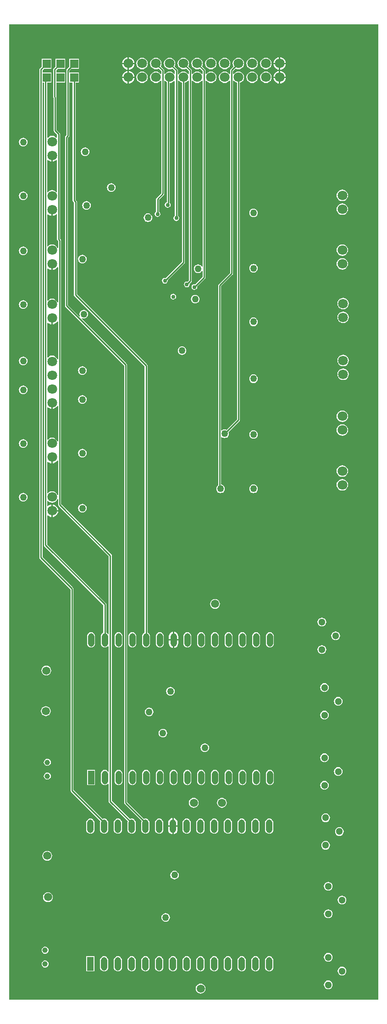
<source format=gbr>
G04 Layer_Physical_Order=3*
G04 Layer_Color=36540*
%FSLAX26Y26*%
%MOIN*%
%TF.FileFunction,Copper,L3,Inr,Signal*%
%TF.Part,Single*%
G01*
G75*
%TA.AperFunction,Conductor*%
%ADD19C,0.010000*%
%TA.AperFunction,ComponentPad*%
%ADD21C,0.059055*%
%ADD22C,0.070866*%
%ADD23R,0.060000X0.060000*%
%ADD24C,0.051181*%
%ADD25C,0.039370*%
%ADD26O,0.047244X0.098425*%
%ADD27R,0.047244X0.098425*%
%TA.AperFunction,ViaPad*%
%ADD28C,0.050000*%
%ADD29C,0.029528*%
G36*
X2629924Y7086612D02*
X2629927Y1D01*
X-51494Y-1D01*
X-51492Y7086613D01*
X2629924Y7086612D01*
D02*
G37*
%LPC*%
G36*
X1543246Y1668927D02*
X1535538Y1667912D01*
X1528355Y1664936D01*
X1522187Y1660204D01*
X1517454Y1654035D01*
X1514478Y1646852D01*
X1513464Y1639144D01*
Y1587963D01*
X1514478Y1580255D01*
X1517454Y1573072D01*
X1522187Y1566904D01*
X1528355Y1562171D01*
X1535538Y1559196D01*
X1543246Y1558181D01*
X1550954Y1559196D01*
X1558137Y1562171D01*
X1564305Y1566904D01*
X1569038Y1573072D01*
X1572013Y1580255D01*
X1573028Y1587963D01*
Y1639144D01*
X1572013Y1646852D01*
X1569038Y1654035D01*
X1564305Y1660204D01*
X1558137Y1664936D01*
X1550954Y1667912D01*
X1543246Y1668927D01*
D02*
G37*
G36*
X1643246D02*
X1635538Y1667912D01*
X1628355Y1664936D01*
X1622187Y1660204D01*
X1617454Y1654035D01*
X1614478Y1646852D01*
X1613464Y1639144D01*
Y1587963D01*
X1614478Y1580255D01*
X1617454Y1573072D01*
X1622187Y1566904D01*
X1628355Y1562171D01*
X1635538Y1559196D01*
X1643246Y1558181D01*
X1650954Y1559196D01*
X1658137Y1562171D01*
X1664305Y1566904D01*
X1669038Y1573072D01*
X1672013Y1580255D01*
X1673028Y1587963D01*
Y1639144D01*
X1672013Y1646852D01*
X1669038Y1654035D01*
X1664305Y1660204D01*
X1658137Y1664936D01*
X1650954Y1667912D01*
X1643246Y1668927D01*
D02*
G37*
G36*
X1443246D02*
X1435538Y1667912D01*
X1428355Y1664936D01*
X1422187Y1660204D01*
X1417454Y1654035D01*
X1414478Y1646852D01*
X1413464Y1639144D01*
Y1587963D01*
X1414478Y1580255D01*
X1417454Y1573072D01*
X1422187Y1566904D01*
X1428355Y1562171D01*
X1435538Y1559196D01*
X1443246Y1558181D01*
X1450954Y1559196D01*
X1458137Y1562171D01*
X1464305Y1566904D01*
X1469038Y1573072D01*
X1472013Y1580255D01*
X1473028Y1587963D01*
Y1639144D01*
X1472013Y1646852D01*
X1469038Y1654035D01*
X1464305Y1660204D01*
X1458137Y1664936D01*
X1450954Y1667912D01*
X1443246Y1668927D01*
D02*
G37*
G36*
X1243246D02*
X1235538Y1667912D01*
X1228355Y1664936D01*
X1222187Y1660204D01*
X1217454Y1654035D01*
X1214478Y1646852D01*
X1213464Y1639144D01*
Y1587963D01*
X1214478Y1580255D01*
X1217454Y1573072D01*
X1222187Y1566904D01*
X1228355Y1562171D01*
X1235538Y1559196D01*
X1243246Y1558181D01*
X1250954Y1559196D01*
X1258137Y1562171D01*
X1264305Y1566904D01*
X1269038Y1573072D01*
X1272013Y1580255D01*
X1273028Y1587963D01*
Y1639144D01*
X1272013Y1646852D01*
X1269038Y1654035D01*
X1264305Y1660204D01*
X1258137Y1664936D01*
X1250954Y1667912D01*
X1243246Y1668927D01*
D02*
G37*
G36*
X1343246D02*
X1335538Y1667912D01*
X1328355Y1664936D01*
X1322187Y1660204D01*
X1317454Y1654035D01*
X1314478Y1646852D01*
X1313464Y1639144D01*
Y1587963D01*
X1314478Y1580255D01*
X1317454Y1573072D01*
X1322187Y1566904D01*
X1328355Y1562171D01*
X1335538Y1559196D01*
X1343246Y1558181D01*
X1350954Y1559196D01*
X1358137Y1562171D01*
X1364305Y1566904D01*
X1369038Y1573072D01*
X1372013Y1580255D01*
X1373028Y1587963D01*
Y1639144D01*
X1372013Y1646852D01*
X1369038Y1654035D01*
X1364305Y1660204D01*
X1358137Y1664936D01*
X1350954Y1667912D01*
X1343246Y1668927D01*
D02*
G37*
G36*
X225504Y1650213D02*
X218823Y1649333D01*
X212598Y1646755D01*
X207253Y1642653D01*
X203151Y1637307D01*
X200572Y1631082D01*
X199693Y1624402D01*
X200572Y1617721D01*
X203151Y1611496D01*
X207253Y1606150D01*
X212598Y1602048D01*
X218823Y1599470D01*
X225504Y1598590D01*
X232184Y1599470D01*
X238410Y1602048D01*
X243755Y1606150D01*
X247857Y1611496D01*
X250436Y1617721D01*
X251315Y1624402D01*
X250436Y1631082D01*
X247857Y1637307D01*
X243755Y1642653D01*
X238410Y1646755D01*
X232184Y1649333D01*
X225504Y1650213D01*
D02*
G37*
G36*
X2340504Y1689169D02*
X2332282Y1688087D01*
X2324620Y1684913D01*
X2318041Y1679865D01*
X2312992Y1673285D01*
X2309819Y1665624D01*
X2308736Y1657402D01*
X2309819Y1649179D01*
X2312992Y1641518D01*
X2318041Y1634938D01*
X2324620Y1629890D01*
X2332282Y1626716D01*
X2340504Y1625634D01*
X2348726Y1626716D01*
X2356388Y1629890D01*
X2362967Y1634938D01*
X2368016Y1641518D01*
X2371189Y1649179D01*
X2372272Y1657402D01*
X2371189Y1665624D01*
X2368016Y1673285D01*
X2362967Y1679865D01*
X2356388Y1684913D01*
X2348726Y1688087D01*
X2340504Y1689169D01*
D02*
G37*
G36*
X572773Y1668672D02*
X513718D01*
Y1558436D01*
X572773D01*
Y1668672D01*
D02*
G37*
G36*
X1743246Y1668927D02*
X1735538Y1667912D01*
X1728355Y1664936D01*
X1722187Y1660204D01*
X1717454Y1654035D01*
X1714478Y1646852D01*
X1713464Y1639144D01*
Y1587963D01*
X1714478Y1580255D01*
X1717454Y1573072D01*
X1722187Y1566904D01*
X1728355Y1562171D01*
X1735538Y1559196D01*
X1743246Y1558181D01*
X1750954Y1559196D01*
X1758137Y1562171D01*
X1764305Y1566904D01*
X1769038Y1573072D01*
X1772013Y1580255D01*
X1773028Y1587963D01*
Y1639144D01*
X1772013Y1646852D01*
X1769038Y1654035D01*
X1764305Y1660204D01*
X1758137Y1664936D01*
X1750954Y1667912D01*
X1743246Y1668927D01*
D02*
G37*
G36*
X1843246D02*
X1835538Y1667912D01*
X1828355Y1664936D01*
X1822187Y1660204D01*
X1817454Y1654035D01*
X1814478Y1646852D01*
X1813464Y1639144D01*
Y1587963D01*
X1814478Y1580255D01*
X1817454Y1573072D01*
X1822187Y1566904D01*
X1828355Y1562171D01*
X1835538Y1559196D01*
X1843246Y1558181D01*
X1850954Y1559196D01*
X1858137Y1562171D01*
X1864305Y1566904D01*
X1869038Y1573072D01*
X1872013Y1580255D01*
X1873028Y1587963D01*
Y1639144D01*
X1872013Y1646852D01*
X1869038Y1654035D01*
X1864305Y1660204D01*
X1858137Y1664936D01*
X1850954Y1667912D01*
X1843246Y1668927D01*
D02*
G37*
G36*
X1495000Y1465739D02*
X1485750Y1464521D01*
X1477131Y1460951D01*
X1469729Y1455271D01*
X1464049Y1447869D01*
X1460479Y1439250D01*
X1459261Y1430000D01*
X1460479Y1420750D01*
X1464049Y1412131D01*
X1469729Y1404729D01*
X1477131Y1399049D01*
X1485750Y1395479D01*
X1495000Y1394261D01*
X1504250Y1395479D01*
X1512869Y1399049D01*
X1520271Y1404729D01*
X1525951Y1412131D01*
X1529521Y1420750D01*
X1530739Y1430000D01*
X1529521Y1439250D01*
X1525951Y1447869D01*
X1520271Y1455271D01*
X1512869Y1460951D01*
X1504250Y1464521D01*
X1495000Y1465739D01*
D02*
G37*
G36*
X2240504Y1589169D02*
X2232282Y1588087D01*
X2224620Y1584913D01*
X2218041Y1579865D01*
X2212992Y1573285D01*
X2209819Y1565624D01*
X2208736Y1557402D01*
X2209819Y1549179D01*
X2212992Y1541518D01*
X2218041Y1534938D01*
X2224620Y1529890D01*
X2232282Y1526716D01*
X2240504Y1525634D01*
X2248726Y1526716D01*
X2256388Y1529890D01*
X2262967Y1534938D01*
X2268016Y1541518D01*
X2271189Y1549179D01*
X2272272Y1557402D01*
X2271189Y1565624D01*
X2268016Y1573285D01*
X2262967Y1579865D01*
X2256388Y1584913D01*
X2248726Y1588087D01*
X2240504Y1589169D01*
D02*
G37*
G36*
X1290000Y1465739D02*
X1280750Y1464521D01*
X1272131Y1460951D01*
X1264729Y1455271D01*
X1259049Y1447869D01*
X1255479Y1439250D01*
X1254261Y1430000D01*
X1255479Y1420750D01*
X1259049Y1412131D01*
X1264729Y1404729D01*
X1272131Y1399049D01*
X1280750Y1395479D01*
X1290000Y1394261D01*
X1299250Y1395479D01*
X1307869Y1399049D01*
X1315271Y1404729D01*
X1320951Y1412131D01*
X1324521Y1420750D01*
X1325739Y1430000D01*
X1324521Y1439250D01*
X1320951Y1447869D01*
X1315271Y1455271D01*
X1307869Y1460951D01*
X1299250Y1464521D01*
X1290000Y1465739D01*
D02*
G37*
G36*
X1143324Y1319052D02*
Y1265209D01*
X1172236D01*
Y1285798D01*
X1171081Y1294575D01*
X1167693Y1302754D01*
X1162303Y1309778D01*
X1155280Y1315167D01*
X1147101Y1318555D01*
X1143324Y1319052D01*
D02*
G37*
G36*
X2248504Y1353017D02*
X2240282Y1351935D01*
X2232620Y1348761D01*
X2226041Y1343713D01*
X2220992Y1337133D01*
X2217819Y1329472D01*
X2216736Y1321250D01*
X2217819Y1313027D01*
X2220992Y1305366D01*
X2226041Y1298786D01*
X2232620Y1293738D01*
X2240282Y1290564D01*
X2248504Y1289482D01*
X2256726Y1290564D01*
X2264388Y1293738D01*
X2270967Y1298786D01*
X2276016Y1305366D01*
X2279189Y1313027D01*
X2280272Y1321250D01*
X2279189Y1329472D01*
X2276016Y1337133D01*
X2270967Y1343713D01*
X2264388Y1348761D01*
X2256726Y1351935D01*
X2248504Y1353017D01*
D02*
G37*
G36*
X1043246Y1668927D02*
X1035538Y1667912D01*
X1028355Y1664936D01*
X1022187Y1660204D01*
X1017454Y1654035D01*
X1014478Y1646852D01*
X1013464Y1639144D01*
Y1587963D01*
X1014478Y1580255D01*
X1017454Y1573072D01*
X1022187Y1566904D01*
X1028355Y1562171D01*
X1035538Y1559196D01*
X1043246Y1558181D01*
X1050954Y1559196D01*
X1058137Y1562171D01*
X1064305Y1566904D01*
X1069038Y1573072D01*
X1072013Y1580255D01*
X1073028Y1587963D01*
Y1639144D01*
X1072013Y1646852D01*
X1069038Y1654035D01*
X1064305Y1660204D01*
X1058137Y1664936D01*
X1050954Y1667912D01*
X1043246Y1668927D01*
D02*
G37*
G36*
X1143246D02*
X1135538Y1667912D01*
X1128355Y1664936D01*
X1122187Y1660204D01*
X1117454Y1654035D01*
X1114478Y1646852D01*
X1113464Y1639144D01*
Y1587963D01*
X1114478Y1580255D01*
X1117454Y1573072D01*
X1122187Y1566904D01*
X1128355Y1562171D01*
X1135538Y1559196D01*
X1143246Y1558181D01*
X1150954Y1559196D01*
X1158137Y1562171D01*
X1164305Y1566904D01*
X1169038Y1573072D01*
X1172013Y1580255D01*
X1173028Y1587963D01*
Y1639144D01*
X1172013Y1646852D01*
X1169038Y1654035D01*
X1164305Y1660204D01*
X1158137Y1664936D01*
X1150954Y1667912D01*
X1143246Y1668927D01*
D02*
G37*
G36*
X943246D02*
X935538Y1667912D01*
X928355Y1664936D01*
X922187Y1660204D01*
X917454Y1654035D01*
X914478Y1646852D01*
X913464Y1639144D01*
Y1587963D01*
X914478Y1580255D01*
X917454Y1573072D01*
X922187Y1566904D01*
X928355Y1562171D01*
X935538Y1559196D01*
X943246Y1558181D01*
X950954Y1559196D01*
X958137Y1562171D01*
X964305Y1566904D01*
X969038Y1573072D01*
X972013Y1580255D01*
X973028Y1587963D01*
Y1639144D01*
X972013Y1646852D01*
X969038Y1654035D01*
X964305Y1660204D01*
X958137Y1664936D01*
X950954Y1667912D01*
X943246Y1668927D01*
D02*
G37*
G36*
X743246D02*
X735538Y1667912D01*
X728355Y1664936D01*
X722187Y1660204D01*
X717454Y1654035D01*
X714478Y1646852D01*
X713464Y1639144D01*
Y1587963D01*
X714478Y1580255D01*
X717454Y1573072D01*
X722187Y1566904D01*
X728355Y1562171D01*
X735538Y1559196D01*
X743246Y1558181D01*
X750954Y1559196D01*
X758137Y1562171D01*
X764305Y1566904D01*
X769038Y1573072D01*
X772013Y1580255D01*
X773028Y1587963D01*
Y1639144D01*
X772013Y1646852D01*
X769038Y1654035D01*
X764305Y1660204D01*
X758137Y1664936D01*
X750954Y1667912D01*
X743246Y1668927D01*
D02*
G37*
G36*
X843246D02*
X835538Y1667912D01*
X828355Y1664936D01*
X822187Y1660204D01*
X817454Y1654035D01*
X814478Y1646852D01*
X813464Y1639144D01*
Y1587963D01*
X814478Y1580255D01*
X817454Y1573072D01*
X822187Y1566904D01*
X828355Y1562171D01*
X835538Y1559196D01*
X843246Y1558181D01*
X850954Y1559196D01*
X858137Y1562171D01*
X864305Y1566904D01*
X869038Y1573072D01*
X872013Y1580255D01*
X873028Y1587963D01*
Y1639144D01*
X872013Y1646852D01*
X869038Y1654035D01*
X864305Y1660204D01*
X858137Y1664936D01*
X850954Y1667912D01*
X843246Y1668927D01*
D02*
G37*
G36*
X225504Y1750213D02*
X218823Y1749333D01*
X212598Y1746755D01*
X207253Y1742653D01*
X203151Y1737307D01*
X200572Y1731082D01*
X199693Y1724402D01*
X200572Y1717721D01*
X203151Y1711496D01*
X207253Y1706150D01*
X212598Y1702048D01*
X218823Y1699470D01*
X225504Y1698590D01*
X232184Y1699470D01*
X238410Y1702048D01*
X243755Y1706150D01*
X247857Y1711496D01*
X250436Y1717721D01*
X251315Y1724402D01*
X250436Y1731082D01*
X247857Y1737307D01*
X243755Y1742653D01*
X238410Y1746755D01*
X232184Y1749333D01*
X225504Y1750213D01*
D02*
G37*
G36*
X543246Y2668927D02*
X535538Y2667912D01*
X528355Y2664936D01*
X522187Y2660204D01*
X517454Y2654035D01*
X514478Y2646852D01*
X513464Y2639144D01*
Y2587963D01*
X514478Y2580255D01*
X517454Y2573072D01*
X522187Y2566904D01*
X528355Y2562171D01*
X535538Y2559195D01*
X543246Y2558181D01*
X550954Y2559195D01*
X558137Y2562171D01*
X564305Y2566904D01*
X569038Y2573072D01*
X572013Y2580255D01*
X573028Y2587963D01*
Y2639144D01*
X572013Y2646852D01*
X569038Y2654035D01*
X564305Y2660204D01*
X558137Y2664936D01*
X550954Y2667912D01*
X543246Y2668927D01*
D02*
G37*
G36*
X743246D02*
X735538Y2667912D01*
X728355Y2664936D01*
X722187Y2660204D01*
X717454Y2654035D01*
X714478Y2646852D01*
X713464Y2639144D01*
Y2587963D01*
X714478Y2580255D01*
X717454Y2573072D01*
X722187Y2566904D01*
X728355Y2562171D01*
X735538Y2559195D01*
X743246Y2558181D01*
X750954Y2559195D01*
X758137Y2562171D01*
X764305Y2566904D01*
X769038Y2573072D01*
X772013Y2580255D01*
X773028Y2587963D01*
Y2639144D01*
X772013Y2646852D01*
X769038Y2654035D01*
X764305Y2660204D01*
X758137Y2664936D01*
X750954Y2667912D01*
X743246Y2668927D01*
D02*
G37*
G36*
X1138244Y2608554D02*
X1109334D01*
Y2587963D01*
X1110489Y2579186D01*
X1113877Y2571007D01*
X1119266Y2563983D01*
X1126290Y2558594D01*
X1134469Y2555206D01*
X1138244Y2554709D01*
Y2608554D01*
D02*
G37*
G36*
X2221504Y2575169D02*
X2213282Y2574087D01*
X2205620Y2570913D01*
X2199041Y2565865D01*
X2193992Y2559285D01*
X2190819Y2551624D01*
X2189736Y2543402D01*
X2190819Y2535180D01*
X2193992Y2527518D01*
X2199041Y2520938D01*
X2205620Y2515890D01*
X2213282Y2512716D01*
X2221504Y2511634D01*
X2229726Y2512716D01*
X2237388Y2515890D01*
X2243967Y2520938D01*
X2249016Y2527518D01*
X2252189Y2535180D01*
X2253272Y2543402D01*
X2252189Y2551624D01*
X2249016Y2559285D01*
X2243967Y2565865D01*
X2237388Y2570913D01*
X2229726Y2574087D01*
X2221504Y2575169D01*
D02*
G37*
G36*
X1177158Y2608554D02*
X1148244D01*
Y2554709D01*
X1152023Y2555206D01*
X1160202Y2558594D01*
X1167225Y2563983D01*
X1172615Y2571007D01*
X1176003Y2579186D01*
X1177158Y2587963D01*
Y2608554D01*
D02*
G37*
G36*
X1243246Y2668927D02*
X1235538Y2667912D01*
X1228355Y2664936D01*
X1222187Y2660204D01*
X1217454Y2654035D01*
X1214478Y2646852D01*
X1213464Y2639144D01*
Y2587963D01*
X1214478Y2580255D01*
X1217454Y2573072D01*
X1222187Y2566904D01*
X1228355Y2562171D01*
X1235538Y2559195D01*
X1243246Y2558181D01*
X1250954Y2559195D01*
X1258137Y2562171D01*
X1264305Y2566904D01*
X1269038Y2573072D01*
X1272013Y2580255D01*
X1273028Y2587963D01*
Y2639144D01*
X1272013Y2646852D01*
X1269038Y2654035D01*
X1264305Y2660204D01*
X1258137Y2664936D01*
X1250954Y2667912D01*
X1243246Y2668927D01*
D02*
G37*
G36*
X1343246D02*
X1335538Y2667912D01*
X1328355Y2664936D01*
X1322187Y2660204D01*
X1317454Y2654035D01*
X1314478Y2646852D01*
X1313464Y2639144D01*
Y2587963D01*
X1314478Y2580255D01*
X1317454Y2573072D01*
X1322187Y2566904D01*
X1328355Y2562171D01*
X1335538Y2559195D01*
X1343246Y2558181D01*
X1350954Y2559195D01*
X1358137Y2562171D01*
X1364305Y2566904D01*
X1369038Y2573072D01*
X1372013Y2580255D01*
X1373028Y2587963D01*
Y2639144D01*
X1372013Y2646852D01*
X1369038Y2654035D01*
X1364305Y2660204D01*
X1358137Y2664936D01*
X1350954Y2667912D01*
X1343246Y2668927D01*
D02*
G37*
G36*
X1043246D02*
X1035538Y2667912D01*
X1028355Y2664936D01*
X1022187Y2660204D01*
X1017454Y2654035D01*
X1014478Y2646852D01*
X1013464Y2639144D01*
Y2587963D01*
X1014478Y2580255D01*
X1017454Y2573072D01*
X1022187Y2566904D01*
X1028355Y2562171D01*
X1035538Y2559195D01*
X1043246Y2558181D01*
X1050954Y2559195D01*
X1058137Y2562171D01*
X1064305Y2566904D01*
X1069038Y2573072D01*
X1072013Y2580255D01*
X1073028Y2587963D01*
Y2639144D01*
X1072013Y2646852D01*
X1069038Y2654035D01*
X1064305Y2660204D01*
X1058137Y2664936D01*
X1050954Y2667912D01*
X1043246Y2668927D01*
D02*
G37*
G36*
X843246D02*
X835538Y2667912D01*
X828355Y2664936D01*
X822187Y2660204D01*
X817454Y2654035D01*
X814478Y2646852D01*
X813464Y2639144D01*
Y2587963D01*
X814478Y2580255D01*
X817454Y2573072D01*
X822187Y2566904D01*
X828355Y2562171D01*
X835538Y2559195D01*
X843246Y2558181D01*
X850954Y2559195D01*
X858137Y2562171D01*
X864305Y2566904D01*
X869038Y2573072D01*
X872013Y2580255D01*
X873028Y2587963D01*
Y2639144D01*
X872013Y2646852D01*
X869038Y2654035D01*
X864305Y2660204D01*
X858137Y2664936D01*
X850954Y2667912D01*
X843246Y2668927D01*
D02*
G37*
G36*
X456317Y6836073D02*
X384506D01*
Y6779987D01*
X366641Y6762122D01*
X364231Y6758515D01*
X363385Y6754260D01*
X363385Y6754259D01*
Y6281585D01*
X356641Y6274842D01*
X354231Y6271235D01*
X353385Y6266980D01*
X353385Y6266979D01*
Y5041402D01*
X353385Y5041402D01*
X354231Y5037146D01*
X356641Y5033539D01*
X783385Y4606796D01*
Y1429618D01*
X783385Y1429618D01*
X784231Y1425362D01*
X786641Y1421755D01*
X911119Y1297278D01*
X909556Y1293506D01*
X908542Y1285798D01*
Y1234617D01*
X909556Y1226909D01*
X912532Y1219726D01*
X917265Y1213558D01*
X923433Y1208825D01*
X930616Y1205850D01*
X938324Y1204835D01*
X946032Y1205850D01*
X953215Y1208825D01*
X959383Y1213558D01*
X964116Y1219726D01*
X967091Y1226909D01*
X968106Y1234617D01*
Y1285798D01*
X967091Y1293506D01*
X964116Y1300689D01*
X959383Y1306858D01*
X953215Y1311590D01*
X946032Y1314566D01*
X938324Y1315581D01*
X930616Y1314566D01*
X926843Y1313003D01*
X805623Y1434223D01*
Y4611402D01*
X804777Y4615657D01*
X802366Y4619264D01*
X802366Y4619264D01*
X473774Y4947857D01*
X476606Y4952096D01*
X481932Y4949890D01*
X490000Y4948827D01*
X498068Y4949890D01*
X505586Y4953004D01*
X512042Y4957958D01*
X516996Y4964413D01*
X520110Y4971932D01*
X521172Y4980000D01*
X520110Y4988068D01*
X516996Y4995586D01*
X512042Y5002042D01*
X505586Y5006995D01*
X498068Y5010110D01*
X490000Y5011172D01*
X481932Y5010110D01*
X474414Y5006995D01*
X467958Y5002042D01*
X463004Y4995586D01*
X459890Y4988068D01*
X458828Y4980000D01*
X459890Y4971932D01*
X462096Y4966606D01*
X457857Y4963773D01*
X375623Y5046007D01*
Y6262374D01*
X382366Y6269117D01*
X382366Y6269117D01*
X384777Y6272724D01*
X385623Y6276980D01*
Y6664262D01*
X409293D01*
Y5806072D01*
X409293Y5806072D01*
X410139Y5801816D01*
X412549Y5798209D01*
X418881Y5791878D01*
Y5120000D01*
X418881Y5120000D01*
X419727Y5115744D01*
X422137Y5112137D01*
X932953Y4601322D01*
Y2666841D01*
X928355Y2664936D01*
X922187Y2660204D01*
X917454Y2654035D01*
X914478Y2646852D01*
X913464Y2639144D01*
Y2587963D01*
X914478Y2580255D01*
X917454Y2573072D01*
X922187Y2566904D01*
X928355Y2562171D01*
X935538Y2559195D01*
X943246Y2558181D01*
X950954Y2559195D01*
X958137Y2562171D01*
X964305Y2566904D01*
X969038Y2573072D01*
X972013Y2580255D01*
X973028Y2587963D01*
Y2639144D01*
X972013Y2646852D01*
X969038Y2654035D01*
X964305Y2660204D01*
X958137Y2664936D01*
X955191Y2666157D01*
Y4605927D01*
X955191Y4605928D01*
X954345Y4610183D01*
X951934Y4613790D01*
X441119Y5124605D01*
Y5796483D01*
X441119Y5796484D01*
X440273Y5800739D01*
X437862Y5804346D01*
X437862Y5804346D01*
X431531Y5810677D01*
Y6664262D01*
X456317D01*
Y6736073D01*
X385623D01*
Y6749654D01*
X400231Y6764262D01*
X456317D01*
Y6836073D01*
D02*
G37*
G36*
X2240504Y2099169D02*
X2232282Y2098087D01*
X2224620Y2094913D01*
X2218041Y2089865D01*
X2212992Y2083285D01*
X2209819Y2075624D01*
X2208736Y2067402D01*
X2209819Y2059180D01*
X2212992Y2051518D01*
X2218041Y2044938D01*
X2224620Y2039890D01*
X2232282Y2036716D01*
X2240504Y2035634D01*
X2248726Y2036716D01*
X2256388Y2039890D01*
X2262967Y2044938D01*
X2268016Y2051518D01*
X2271189Y2059180D01*
X2272272Y2067402D01*
X2271189Y2075624D01*
X2268016Y2083285D01*
X2262967Y2089865D01*
X2256388Y2094913D01*
X2248726Y2098087D01*
X2240504Y2099169D01*
D02*
G37*
G36*
X966000Y2122172D02*
X957932Y2121110D01*
X950414Y2117996D01*
X943958Y2113042D01*
X939004Y2106586D01*
X935890Y2099068D01*
X934828Y2091000D01*
X935890Y2082932D01*
X939004Y2075414D01*
X943958Y2068958D01*
X950414Y2064004D01*
X957932Y2060890D01*
X966000Y2059828D01*
X974068Y2060890D01*
X981586Y2064004D01*
X988042Y2068958D01*
X992996Y2075414D01*
X996110Y2082932D01*
X997172Y2091000D01*
X996110Y2099068D01*
X992996Y2106586D01*
X988042Y2113042D01*
X981586Y2117996D01*
X974068Y2121110D01*
X966000Y2122172D01*
D02*
G37*
G36*
X1065504Y1967574D02*
X1057436Y1966512D01*
X1049918Y1963398D01*
X1043462Y1958444D01*
X1038508Y1951988D01*
X1035394Y1944470D01*
X1034332Y1936402D01*
X1035394Y1928334D01*
X1038508Y1920815D01*
X1043462Y1914360D01*
X1049918Y1909406D01*
X1057436Y1906292D01*
X1065504Y1905229D01*
X1073572Y1906292D01*
X1081090Y1909406D01*
X1087546Y1914360D01*
X1092500Y1920815D01*
X1095614Y1928334D01*
X1096676Y1936402D01*
X1095614Y1944470D01*
X1092500Y1951988D01*
X1087546Y1958444D01*
X1081090Y1963398D01*
X1073572Y1966512D01*
X1065504Y1967574D01*
D02*
G37*
G36*
X2240504Y1789169D02*
X2232282Y1788087D01*
X2224620Y1784913D01*
X2218041Y1779865D01*
X2212992Y1773285D01*
X2209819Y1765624D01*
X2208736Y1757402D01*
X2209819Y1749179D01*
X2212992Y1741518D01*
X2218041Y1734938D01*
X2224620Y1729890D01*
X2232282Y1726716D01*
X2240504Y1725634D01*
X2248726Y1726716D01*
X2256388Y1729890D01*
X2262967Y1734938D01*
X2268016Y1741518D01*
X2271189Y1749179D01*
X2272272Y1757402D01*
X2271189Y1765624D01*
X2268016Y1773285D01*
X2262967Y1779865D01*
X2256388Y1784913D01*
X2248726Y1788087D01*
X2240504Y1789169D01*
D02*
G37*
G36*
X1370000Y1861172D02*
X1361932Y1860110D01*
X1354414Y1856996D01*
X1347958Y1852042D01*
X1343004Y1845586D01*
X1339890Y1838068D01*
X1338828Y1830000D01*
X1339890Y1821932D01*
X1343004Y1814414D01*
X1347958Y1807958D01*
X1354414Y1803004D01*
X1361932Y1799890D01*
X1370000Y1798828D01*
X1378068Y1799890D01*
X1385586Y1803004D01*
X1392042Y1807958D01*
X1396996Y1814414D01*
X1400110Y1821932D01*
X1401172Y1830000D01*
X1400110Y1838068D01*
X1396996Y1845586D01*
X1392042Y1852042D01*
X1385586Y1856996D01*
X1378068Y1860110D01*
X1370000Y1861172D01*
D02*
G37*
G36*
X2240504Y2299169D02*
X2232282Y2298087D01*
X2224620Y2294913D01*
X2218041Y2289865D01*
X2212992Y2283285D01*
X2209819Y2275624D01*
X2208736Y2267402D01*
X2209819Y2259180D01*
X2212992Y2251518D01*
X2218041Y2244938D01*
X2224620Y2239890D01*
X2232282Y2236716D01*
X2240504Y2235634D01*
X2248726Y2236716D01*
X2256388Y2239890D01*
X2262967Y2244938D01*
X2268016Y2251518D01*
X2271189Y2259180D01*
X2272272Y2267402D01*
X2271189Y2275624D01*
X2268016Y2283285D01*
X2262967Y2289865D01*
X2256388Y2294913D01*
X2248726Y2298087D01*
X2240504Y2299169D01*
D02*
G37*
G36*
X218000Y2426739D02*
X208750Y2425521D01*
X200131Y2421951D01*
X192729Y2416271D01*
X187049Y2408869D01*
X183479Y2400250D01*
X182261Y2391000D01*
X183479Y2381750D01*
X187049Y2373131D01*
X192729Y2365729D01*
X200131Y2360049D01*
X208750Y2356479D01*
X218000Y2355261D01*
X227250Y2356479D01*
X235869Y2360049D01*
X243271Y2365729D01*
X248951Y2373131D01*
X252521Y2381750D01*
X253739Y2391000D01*
X252521Y2400250D01*
X248951Y2408869D01*
X243271Y2416271D01*
X235869Y2421951D01*
X227250Y2425521D01*
X218000Y2426739D01*
D02*
G37*
G36*
X1120000Y2271172D02*
X1111932Y2270110D01*
X1104414Y2266995D01*
X1097958Y2262042D01*
X1093004Y2255586D01*
X1089890Y2248068D01*
X1088828Y2240000D01*
X1089890Y2231932D01*
X1093004Y2224414D01*
X1097958Y2217957D01*
X1104414Y2213004D01*
X1111932Y2209890D01*
X1120000Y2208827D01*
X1128068Y2209890D01*
X1135586Y2213004D01*
X1142042Y2217957D01*
X1146996Y2224414D01*
X1150110Y2231932D01*
X1151172Y2240000D01*
X1150110Y2248068D01*
X1146996Y2255586D01*
X1142042Y2262042D01*
X1135586Y2266995D01*
X1128068Y2270110D01*
X1120000Y2271172D01*
D02*
G37*
G36*
X215000Y2131739D02*
X205750Y2130521D01*
X197131Y2126951D01*
X189729Y2121271D01*
X184049Y2113869D01*
X180479Y2105250D01*
X179261Y2096000D01*
X180479Y2086750D01*
X184049Y2078131D01*
X189729Y2070729D01*
X197131Y2065049D01*
X205750Y2061479D01*
X215000Y2060261D01*
X224250Y2061479D01*
X232869Y2065049D01*
X240271Y2070729D01*
X245951Y2078131D01*
X249521Y2086750D01*
X250739Y2096000D01*
X249521Y2105250D01*
X245951Y2113869D01*
X240271Y2121271D01*
X232869Y2126951D01*
X224250Y2130521D01*
X215000Y2131739D01*
D02*
G37*
G36*
X2340504Y2199169D02*
X2332282Y2198087D01*
X2324620Y2194913D01*
X2318041Y2189865D01*
X2312992Y2183285D01*
X2309819Y2175624D01*
X2308736Y2167402D01*
X2309819Y2159180D01*
X2312992Y2151518D01*
X2318041Y2144938D01*
X2324620Y2139890D01*
X2332282Y2136716D01*
X2340504Y2135634D01*
X2348726Y2136716D01*
X2356388Y2139890D01*
X2362967Y2144938D01*
X2368016Y2151518D01*
X2371189Y2159180D01*
X2372272Y2167402D01*
X2371189Y2175624D01*
X2368016Y2183285D01*
X2362967Y2189865D01*
X2356388Y2194913D01*
X2348726Y2198087D01*
X2340504Y2199169D01*
D02*
G37*
G36*
X1133324Y1319052D02*
X1129547Y1318555D01*
X1121368Y1315167D01*
X1114344Y1309778D01*
X1108955Y1302754D01*
X1105567Y1294575D01*
X1104412Y1285798D01*
Y1265209D01*
X1133324D01*
Y1319052D01*
D02*
G37*
G36*
X1638324Y315580D02*
X1630616Y314566D01*
X1623433Y311590D01*
X1617265Y306858D01*
X1612532Y300689D01*
X1609556Y293506D01*
X1608542Y285798D01*
Y234617D01*
X1609556Y226909D01*
X1612532Y219726D01*
X1617265Y213558D01*
X1623433Y208825D01*
X1630616Y205850D01*
X1638324Y204835D01*
X1646032Y205850D01*
X1653215Y208825D01*
X1659383Y213558D01*
X1664116Y219726D01*
X1667091Y226909D01*
X1668106Y234617D01*
Y285798D01*
X1667091Y293506D01*
X1664116Y300689D01*
X1659383Y306858D01*
X1653215Y311590D01*
X1646032Y314566D01*
X1638324Y315580D01*
D02*
G37*
G36*
X1738324D02*
X1730616Y314566D01*
X1723433Y311590D01*
X1717265Y306858D01*
X1712532Y300689D01*
X1709556Y293506D01*
X1708542Y285798D01*
Y234617D01*
X1709556Y226909D01*
X1712532Y219726D01*
X1717265Y213558D01*
X1723433Y208825D01*
X1730616Y205850D01*
X1738324Y204835D01*
X1746032Y205850D01*
X1753215Y208825D01*
X1759383Y213558D01*
X1764116Y219726D01*
X1767091Y226909D01*
X1768106Y234617D01*
Y285798D01*
X1767091Y293506D01*
X1764116Y300689D01*
X1759383Y306858D01*
X1753215Y311590D01*
X1746032Y314566D01*
X1738324Y315580D01*
D02*
G37*
G36*
X1538324D02*
X1530616Y314566D01*
X1523433Y311590D01*
X1517265Y306858D01*
X1512532Y300689D01*
X1509556Y293506D01*
X1508542Y285798D01*
Y234617D01*
X1509556Y226909D01*
X1512532Y219726D01*
X1517265Y213558D01*
X1523433Y208825D01*
X1530616Y205850D01*
X1538324Y204835D01*
X1546032Y205850D01*
X1553215Y208825D01*
X1559383Y213558D01*
X1564116Y219726D01*
X1567091Y226909D01*
X1568106Y234617D01*
Y285798D01*
X1567091Y293506D01*
X1564116Y300689D01*
X1559383Y306858D01*
X1553215Y311590D01*
X1546032Y314566D01*
X1538324Y315580D01*
D02*
G37*
G36*
X1338324D02*
X1330616Y314566D01*
X1323433Y311590D01*
X1317265Y306858D01*
X1312532Y300689D01*
X1309556Y293506D01*
X1308542Y285798D01*
Y234617D01*
X1309556Y226909D01*
X1312532Y219726D01*
X1317265Y213558D01*
X1323433Y208825D01*
X1330616Y205850D01*
X1338324Y204835D01*
X1346032Y205850D01*
X1353215Y208825D01*
X1359383Y213558D01*
X1364116Y219726D01*
X1367091Y226909D01*
X1368106Y234617D01*
Y285798D01*
X1367091Y293506D01*
X1364116Y300689D01*
X1359383Y306858D01*
X1353215Y311590D01*
X1346032Y314566D01*
X1338324Y315580D01*
D02*
G37*
G36*
X1438324D02*
X1430616Y314566D01*
X1423433Y311590D01*
X1417265Y306858D01*
X1412532Y300689D01*
X1409556Y293506D01*
X1408542Y285798D01*
Y234617D01*
X1409556Y226909D01*
X1412532Y219726D01*
X1417265Y213558D01*
X1423433Y208825D01*
X1430616Y205850D01*
X1438324Y204835D01*
X1446032Y205850D01*
X1453215Y208825D01*
X1459383Y213558D01*
X1464116Y219726D01*
X1467091Y226909D01*
X1468106Y234617D01*
Y285798D01*
X1467091Y293506D01*
X1464116Y300689D01*
X1459383Y306858D01*
X1453215Y311590D01*
X1446032Y314566D01*
X1438324Y315580D01*
D02*
G37*
G36*
X2267504Y339169D02*
X2259282Y338087D01*
X2251620Y334913D01*
X2245041Y329865D01*
X2239992Y323286D01*
X2236819Y315624D01*
X2235736Y307402D01*
X2236819Y299180D01*
X2239992Y291518D01*
X2245041Y284938D01*
X2251620Y279890D01*
X2259282Y276716D01*
X2267504Y275634D01*
X2275726Y276716D01*
X2283388Y279890D01*
X2289967Y284938D01*
X2295016Y291518D01*
X2298189Y299180D01*
X2299272Y307402D01*
X2298189Y315624D01*
X2295016Y323286D01*
X2289967Y329865D01*
X2283388Y334913D01*
X2275726Y338087D01*
X2267504Y339169D01*
D02*
G37*
G36*
X209504Y385213D02*
X202823Y384333D01*
X196598Y381755D01*
X191253Y377653D01*
X187151Y372307D01*
X184572Y366082D01*
X183693Y359402D01*
X184572Y352721D01*
X187151Y346496D01*
X191253Y341150D01*
X196598Y337048D01*
X202823Y334470D01*
X209504Y333590D01*
X216184Y334470D01*
X222410Y337048D01*
X227755Y341150D01*
X231857Y346496D01*
X234436Y352721D01*
X235315Y359402D01*
X234436Y366082D01*
X231857Y372307D01*
X227755Y377653D01*
X222410Y381755D01*
X216184Y384333D01*
X209504Y385213D01*
D02*
G37*
G36*
Y285213D02*
X202823Y284333D01*
X196598Y281755D01*
X191253Y277653D01*
X187151Y272307D01*
X184572Y266082D01*
X183693Y259402D01*
X184572Y252721D01*
X187151Y246496D01*
X191253Y241150D01*
X196598Y237048D01*
X202823Y234470D01*
X209504Y233590D01*
X216184Y234470D01*
X222410Y237048D01*
X227755Y241150D01*
X231857Y246496D01*
X234436Y252721D01*
X235315Y259402D01*
X234436Y266082D01*
X231857Y272307D01*
X227755Y277653D01*
X222410Y281755D01*
X216184Y284333D01*
X209504Y285213D01*
D02*
G37*
G36*
X1838324Y315580D02*
X1830616Y314566D01*
X1823433Y311590D01*
X1817265Y306858D01*
X1812532Y300689D01*
X1809556Y293506D01*
X1808542Y285798D01*
Y234617D01*
X1809556Y226909D01*
X1812532Y219726D01*
X1817265Y213558D01*
X1823433Y208825D01*
X1830616Y205850D01*
X1838324Y204835D01*
X1846032Y205850D01*
X1853215Y208825D01*
X1859383Y213558D01*
X1864116Y219726D01*
X1867091Y226909D01*
X1868106Y234617D01*
Y285798D01*
X1867091Y293506D01*
X1864116Y300689D01*
X1859383Y306858D01*
X1853215Y311590D01*
X1846032Y314566D01*
X1838324Y315580D01*
D02*
G37*
G36*
X567851Y315326D02*
X508796D01*
Y205089D01*
X567851D01*
Y315326D01*
D02*
G37*
G36*
X638324Y315580D02*
X630616Y314566D01*
X623433Y311590D01*
X617265Y306858D01*
X612532Y300689D01*
X609556Y293506D01*
X608542Y285798D01*
Y234617D01*
X609556Y226909D01*
X612532Y219726D01*
X617265Y213558D01*
X623433Y208825D01*
X630616Y205850D01*
X638324Y204835D01*
X646032Y205850D01*
X653215Y208825D01*
X659383Y213558D01*
X664116Y219726D01*
X667091Y226909D01*
X668106Y234617D01*
Y285798D01*
X667091Y293506D01*
X664116Y300689D01*
X659383Y306858D01*
X653215Y311590D01*
X646032Y314566D01*
X638324Y315580D01*
D02*
G37*
G36*
X738324D02*
X730616Y314566D01*
X723433Y311590D01*
X717265Y306858D01*
X712532Y300689D01*
X709556Y293506D01*
X708542Y285798D01*
Y234617D01*
X709556Y226909D01*
X712532Y219726D01*
X717265Y213558D01*
X723433Y208825D01*
X730616Y205850D01*
X738324Y204835D01*
X746032Y205850D01*
X753215Y208825D01*
X759383Y213558D01*
X764116Y219726D01*
X767091Y226909D01*
X768106Y234617D01*
Y285798D01*
X767091Y293506D01*
X764116Y300689D01*
X759383Y306858D01*
X753215Y311590D01*
X746032Y314566D01*
X738324Y315580D01*
D02*
G37*
G36*
X2367504Y239169D02*
X2359282Y238087D01*
X2351620Y234913D01*
X2345041Y229865D01*
X2339992Y223286D01*
X2336819Y215624D01*
X2335736Y207402D01*
X2336819Y199179D01*
X2339992Y191518D01*
X2345041Y184938D01*
X2351620Y179890D01*
X2359282Y176716D01*
X2367504Y175634D01*
X2375726Y176716D01*
X2383388Y179890D01*
X2389967Y184938D01*
X2395016Y191518D01*
X2398189Y199179D01*
X2399272Y207402D01*
X2398189Y215624D01*
X2395016Y223286D01*
X2389967Y229865D01*
X2383388Y234913D01*
X2375726Y238087D01*
X2367504Y239169D01*
D02*
G37*
G36*
X1340000Y115739D02*
X1330750Y114521D01*
X1322131Y110951D01*
X1314729Y105271D01*
X1309049Y97869D01*
X1305479Y89250D01*
X1304261Y80000D01*
X1305479Y70750D01*
X1309049Y62131D01*
X1314729Y54729D01*
X1322131Y49049D01*
X1330750Y45479D01*
X1340000Y44261D01*
X1349250Y45479D01*
X1357869Y49049D01*
X1365271Y54729D01*
X1370951Y62131D01*
X1374521Y70750D01*
X1375739Y80000D01*
X1374521Y89250D01*
X1370951Y97869D01*
X1365271Y105271D01*
X1357869Y110951D01*
X1349250Y114521D01*
X1340000Y115739D01*
D02*
G37*
G36*
X2267504Y139169D02*
X2259282Y138087D01*
X2251620Y134913D01*
X2245041Y129865D01*
X2239992Y123285D01*
X2236819Y115624D01*
X2235736Y107402D01*
X2236819Y99180D01*
X2239992Y91518D01*
X2245041Y84938D01*
X2251620Y79890D01*
X2259282Y76716D01*
X2267504Y75634D01*
X2275726Y76716D01*
X2283388Y79890D01*
X2289967Y84938D01*
X2295016Y91518D01*
X2298189Y99180D01*
X2299272Y107402D01*
X2298189Y115624D01*
X2295016Y123285D01*
X2289967Y129865D01*
X2283388Y134913D01*
X2275726Y138087D01*
X2267504Y139169D01*
D02*
G37*
G36*
X1138324Y315580D02*
X1130616Y314566D01*
X1123433Y311590D01*
X1117265Y306858D01*
X1112532Y300689D01*
X1109556Y293506D01*
X1108542Y285798D01*
Y234617D01*
X1109556Y226909D01*
X1112532Y219726D01*
X1117265Y213558D01*
X1123433Y208825D01*
X1130616Y205850D01*
X1138324Y204835D01*
X1146032Y205850D01*
X1153215Y208825D01*
X1159383Y213558D01*
X1164116Y219726D01*
X1167091Y226909D01*
X1168106Y234617D01*
Y285798D01*
X1167091Y293506D01*
X1164116Y300689D01*
X1159383Y306858D01*
X1153215Y311590D01*
X1146032Y314566D01*
X1138324Y315580D01*
D02*
G37*
G36*
X1238324D02*
X1230616Y314566D01*
X1223433Y311590D01*
X1217265Y306858D01*
X1212532Y300689D01*
X1209556Y293506D01*
X1208542Y285798D01*
Y234617D01*
X1209556Y226909D01*
X1212532Y219726D01*
X1217265Y213558D01*
X1223433Y208825D01*
X1230616Y205850D01*
X1238324Y204835D01*
X1246032Y205850D01*
X1253215Y208825D01*
X1259383Y213558D01*
X1264116Y219726D01*
X1267091Y226909D01*
X1268106Y234617D01*
Y285798D01*
X1267091Y293506D01*
X1264116Y300689D01*
X1259383Y306858D01*
X1253215Y311590D01*
X1246032Y314566D01*
X1238324Y315580D01*
D02*
G37*
G36*
X1038324D02*
X1030616Y314566D01*
X1023433Y311590D01*
X1017265Y306858D01*
X1012532Y300689D01*
X1009556Y293506D01*
X1008542Y285798D01*
Y234617D01*
X1009556Y226909D01*
X1012532Y219726D01*
X1017265Y213558D01*
X1023433Y208825D01*
X1030616Y205850D01*
X1038324Y204835D01*
X1046032Y205850D01*
X1053215Y208825D01*
X1059383Y213558D01*
X1064116Y219726D01*
X1067091Y226909D01*
X1068106Y234617D01*
Y285798D01*
X1067091Y293506D01*
X1064116Y300689D01*
X1059383Y306858D01*
X1053215Y311590D01*
X1046032Y314566D01*
X1038324Y315580D01*
D02*
G37*
G36*
X838324D02*
X830616Y314566D01*
X823433Y311590D01*
X817265Y306858D01*
X812532Y300689D01*
X809556Y293506D01*
X808542Y285798D01*
Y234617D01*
X809556Y226909D01*
X812532Y219726D01*
X817265Y213558D01*
X823433Y208825D01*
X830616Y205850D01*
X838324Y204835D01*
X846032Y205850D01*
X853215Y208825D01*
X859383Y213558D01*
X864116Y219726D01*
X867091Y226909D01*
X868106Y234617D01*
Y285798D01*
X867091Y293506D01*
X864116Y300689D01*
X859383Y306858D01*
X853215Y311590D01*
X846032Y314566D01*
X838324Y315580D01*
D02*
G37*
G36*
X938324D02*
X930616Y314566D01*
X923433Y311590D01*
X917265Y306858D01*
X912532Y300689D01*
X909556Y293506D01*
X908542Y285798D01*
Y234617D01*
X909556Y226909D01*
X912532Y219726D01*
X917265Y213558D01*
X923433Y208825D01*
X930616Y205850D01*
X938324Y204835D01*
X946032Y205850D01*
X953215Y208825D01*
X959383Y213558D01*
X964116Y219726D01*
X967091Y226909D01*
X968106Y234617D01*
Y285798D01*
X967091Y293506D01*
X964116Y300689D01*
X959383Y306858D01*
X953215Y311590D01*
X946032Y314566D01*
X938324Y315580D01*
D02*
G37*
G36*
X1085504Y628574D02*
X1077436Y627512D01*
X1069918Y624398D01*
X1063462Y619444D01*
X1058508Y612988D01*
X1055394Y605470D01*
X1054332Y597402D01*
X1055394Y589334D01*
X1058508Y581816D01*
X1063462Y575360D01*
X1069918Y570406D01*
X1077436Y567292D01*
X1085504Y566229D01*
X1093572Y567292D01*
X1101090Y570406D01*
X1107546Y575360D01*
X1112500Y581816D01*
X1115614Y589334D01*
X1116676Y597402D01*
X1115614Y605470D01*
X1112500Y612988D01*
X1107546Y619444D01*
X1101090Y624398D01*
X1093572Y627512D01*
X1085504Y628574D01*
D02*
G37*
G36*
X1238324Y1315581D02*
X1230616Y1314566D01*
X1223433Y1311590D01*
X1217265Y1306858D01*
X1212532Y1300689D01*
X1209556Y1293506D01*
X1208542Y1285798D01*
Y1234617D01*
X1209556Y1226909D01*
X1212532Y1219726D01*
X1217265Y1213558D01*
X1223433Y1208825D01*
X1230616Y1205850D01*
X1238324Y1204835D01*
X1246032Y1205850D01*
X1253215Y1208825D01*
X1259383Y1213558D01*
X1264116Y1219726D01*
X1267091Y1226909D01*
X1268106Y1234617D01*
Y1285798D01*
X1267091Y1293506D01*
X1264116Y1300689D01*
X1259383Y1306858D01*
X1253215Y1311590D01*
X1246032Y1314566D01*
X1238324Y1315581D01*
D02*
G37*
G36*
X1338324D02*
X1330616Y1314566D01*
X1323433Y1311590D01*
X1317265Y1306858D01*
X1312532Y1300689D01*
X1309556Y1293506D01*
X1308542Y1285798D01*
Y1234617D01*
X1309556Y1226909D01*
X1312532Y1219726D01*
X1317265Y1213558D01*
X1323433Y1208825D01*
X1330616Y1205850D01*
X1338324Y1204835D01*
X1346032Y1205850D01*
X1353215Y1208825D01*
X1359383Y1213558D01*
X1364116Y1219726D01*
X1367091Y1226909D01*
X1368106Y1234617D01*
Y1285798D01*
X1367091Y1293506D01*
X1364116Y1300689D01*
X1359383Y1306858D01*
X1353215Y1311590D01*
X1346032Y1314566D01*
X1338324Y1315581D01*
D02*
G37*
G36*
X1038324D02*
X1030616Y1314566D01*
X1023433Y1311590D01*
X1017265Y1306858D01*
X1012532Y1300689D01*
X1009556Y1293506D01*
X1008542Y1285798D01*
Y1234617D01*
X1009556Y1226909D01*
X1012532Y1219726D01*
X1017265Y1213558D01*
X1023433Y1208825D01*
X1030616Y1205850D01*
X1038324Y1204835D01*
X1046032Y1205850D01*
X1053215Y1208825D01*
X1059383Y1213558D01*
X1064116Y1219726D01*
X1067091Y1226909D01*
X1068106Y1234617D01*
Y1285798D01*
X1067091Y1293506D01*
X1064116Y1300689D01*
X1059383Y1306858D01*
X1053215Y1311590D01*
X1046032Y1314566D01*
X1038324Y1315581D01*
D02*
G37*
G36*
X538324D02*
X530616Y1314566D01*
X523433Y1311590D01*
X517265Y1306858D01*
X512532Y1300689D01*
X509556Y1293506D01*
X508542Y1285798D01*
Y1234617D01*
X509556Y1226909D01*
X512532Y1219726D01*
X517265Y1213558D01*
X523433Y1208825D01*
X530616Y1205850D01*
X538324Y1204835D01*
X546032Y1205850D01*
X553215Y1208825D01*
X559383Y1213558D01*
X564116Y1219726D01*
X567091Y1226909D01*
X568106Y1234617D01*
Y1285798D01*
X567091Y1293506D01*
X564116Y1300689D01*
X559383Y1306858D01*
X553215Y1311590D01*
X546032Y1314566D01*
X538324Y1315581D01*
D02*
G37*
G36*
X738324D02*
X730616Y1314566D01*
X723433Y1311590D01*
X717265Y1306858D01*
X712532Y1300689D01*
X709556Y1293506D01*
X708542Y1285798D01*
Y1234617D01*
X709556Y1226909D01*
X712532Y1219726D01*
X717265Y1213558D01*
X723433Y1208825D01*
X730616Y1205850D01*
X738324Y1204835D01*
X746032Y1205850D01*
X753215Y1208825D01*
X759383Y1213558D01*
X764116Y1219726D01*
X767091Y1226909D01*
X768106Y1234617D01*
Y1285798D01*
X767091Y1293506D01*
X764116Y1300689D01*
X759383Y1306858D01*
X753215Y1311590D01*
X746032Y1314566D01*
X738324Y1315581D01*
D02*
G37*
G36*
X1738324D02*
X1730616Y1314566D01*
X1723433Y1311590D01*
X1717265Y1306858D01*
X1712532Y1300689D01*
X1709556Y1293506D01*
X1708542Y1285798D01*
Y1234617D01*
X1709556Y1226909D01*
X1712532Y1219726D01*
X1717265Y1213558D01*
X1723433Y1208825D01*
X1730616Y1205850D01*
X1738324Y1204835D01*
X1746032Y1205850D01*
X1753215Y1208825D01*
X1759383Y1213558D01*
X1764116Y1219726D01*
X1767091Y1226909D01*
X1768106Y1234617D01*
Y1285798D01*
X1767091Y1293506D01*
X1764116Y1300689D01*
X1759383Y1306858D01*
X1753215Y1311590D01*
X1746032Y1314566D01*
X1738324Y1315581D01*
D02*
G37*
G36*
X1838324D02*
X1830616Y1314566D01*
X1823433Y1311590D01*
X1817265Y1306858D01*
X1812532Y1300689D01*
X1809556Y1293506D01*
X1808542Y1285798D01*
Y1234617D01*
X1809556Y1226909D01*
X1812532Y1219726D01*
X1817265Y1213558D01*
X1823433Y1208825D01*
X1830616Y1205850D01*
X1838324Y1204835D01*
X1846032Y1205850D01*
X1853215Y1208825D01*
X1859383Y1213558D01*
X1864116Y1219726D01*
X1867091Y1226909D01*
X1868106Y1234617D01*
Y1285798D01*
X1867091Y1293506D01*
X1864116Y1300689D01*
X1859383Y1306858D01*
X1853215Y1311590D01*
X1846032Y1314566D01*
X1838324Y1315581D01*
D02*
G37*
G36*
X1638324D02*
X1630616Y1314566D01*
X1623433Y1311590D01*
X1617265Y1306858D01*
X1612532Y1300689D01*
X1609556Y1293506D01*
X1608542Y1285798D01*
Y1234617D01*
X1609556Y1226909D01*
X1612532Y1219726D01*
X1617265Y1213558D01*
X1623433Y1208825D01*
X1630616Y1205850D01*
X1638324Y1204835D01*
X1646032Y1205850D01*
X1653215Y1208825D01*
X1659383Y1213558D01*
X1664116Y1219726D01*
X1667091Y1226909D01*
X1668106Y1234617D01*
Y1285798D01*
X1667091Y1293506D01*
X1664116Y1300689D01*
X1659383Y1306858D01*
X1653215Y1311590D01*
X1646032Y1314566D01*
X1638324Y1315581D01*
D02*
G37*
G36*
X1438324D02*
X1430616Y1314566D01*
X1423433Y1311590D01*
X1417265Y1306858D01*
X1412532Y1300689D01*
X1409556Y1293506D01*
X1408542Y1285798D01*
Y1234617D01*
X1409556Y1226909D01*
X1412532Y1219726D01*
X1417265Y1213558D01*
X1423433Y1208825D01*
X1430616Y1205850D01*
X1438324Y1204835D01*
X1446032Y1205850D01*
X1453215Y1208825D01*
X1459383Y1213558D01*
X1464116Y1219726D01*
X1467091Y1226909D01*
X1468106Y1234617D01*
Y1285798D01*
X1467091Y1293506D01*
X1464116Y1300689D01*
X1459383Y1306858D01*
X1453215Y1311590D01*
X1446032Y1314566D01*
X1438324Y1315581D01*
D02*
G37*
G36*
X1538324D02*
X1530616Y1314566D01*
X1523433Y1311590D01*
X1517265Y1306858D01*
X1512532Y1300689D01*
X1509556Y1293506D01*
X1508542Y1285798D01*
Y1234617D01*
X1509556Y1226909D01*
X1512532Y1219726D01*
X1517265Y1213558D01*
X1523433Y1208825D01*
X1530616Y1205850D01*
X1538324Y1204835D01*
X1546032Y1205850D01*
X1553215Y1208825D01*
X1559383Y1213558D01*
X1564116Y1219726D01*
X1567091Y1226909D01*
X1568106Y1234617D01*
Y1285798D01*
X1567091Y1293506D01*
X1564116Y1300689D01*
X1559383Y1306858D01*
X1553215Y1311590D01*
X1546032Y1314566D01*
X1538324Y1315581D01*
D02*
G37*
G36*
X2267504Y855157D02*
X2259282Y854075D01*
X2251620Y850901D01*
X2245041Y845853D01*
X2239992Y839274D01*
X2236819Y831612D01*
X2235736Y823390D01*
X2236819Y815168D01*
X2239992Y807506D01*
X2245041Y800926D01*
X2251620Y795878D01*
X2259282Y792704D01*
X2267504Y791622D01*
X2275726Y792704D01*
X2283388Y795878D01*
X2289967Y800926D01*
X2295016Y807506D01*
X2298189Y815168D01*
X2299272Y823390D01*
X2298189Y831612D01*
X2295016Y839274D01*
X2289967Y845853D01*
X2283388Y850901D01*
X2275726Y854075D01*
X2267504Y855157D01*
D02*
G37*
G36*
X1150000Y936172D02*
X1141932Y935110D01*
X1134414Y931996D01*
X1127958Y927042D01*
X1123004Y920586D01*
X1119890Y913068D01*
X1118828Y905000D01*
X1119890Y896932D01*
X1123004Y889414D01*
X1127958Y882958D01*
X1134414Y878004D01*
X1141932Y874890D01*
X1150000Y873828D01*
X1158068Y874890D01*
X1165586Y878004D01*
X1172042Y882958D01*
X1176996Y889414D01*
X1180110Y896932D01*
X1181172Y905000D01*
X1180110Y913068D01*
X1176996Y920586D01*
X1172042Y927042D01*
X1165586Y931996D01*
X1158068Y935110D01*
X1150000Y936172D01*
D02*
G37*
G36*
X230000Y780739D02*
X220750Y779521D01*
X212131Y775951D01*
X204729Y770271D01*
X199049Y762869D01*
X195479Y754250D01*
X194261Y745000D01*
X195479Y735750D01*
X199049Y727131D01*
X204729Y719729D01*
X212131Y714049D01*
X220750Y710479D01*
X230000Y709261D01*
X239250Y710479D01*
X247869Y714049D01*
X255271Y719729D01*
X260951Y727131D01*
X264521Y735750D01*
X265739Y745000D01*
X264521Y754250D01*
X260951Y762869D01*
X255271Y770271D01*
X247869Y775951D01*
X239250Y779521D01*
X230000Y780739D01*
D02*
G37*
G36*
X2267504Y655157D02*
X2259282Y654075D01*
X2251620Y650901D01*
X2245041Y645853D01*
X2239992Y639274D01*
X2236819Y631612D01*
X2235736Y623390D01*
X2236819Y615168D01*
X2239992Y607506D01*
X2245041Y600926D01*
X2251620Y595878D01*
X2259282Y592704D01*
X2267504Y591622D01*
X2275726Y592704D01*
X2283388Y595878D01*
X2289967Y600926D01*
X2295016Y607506D01*
X2298189Y615168D01*
X2299272Y623390D01*
X2298189Y631612D01*
X2295016Y639274D01*
X2289967Y645853D01*
X2283388Y650901D01*
X2275726Y654075D01*
X2267504Y655157D01*
D02*
G37*
G36*
X2367504Y755157D02*
X2359282Y754075D01*
X2351620Y750901D01*
X2345041Y745853D01*
X2339992Y739274D01*
X2336819Y731612D01*
X2335736Y723390D01*
X2336819Y715168D01*
X2339992Y707506D01*
X2345041Y700926D01*
X2351620Y695878D01*
X2359282Y692704D01*
X2367504Y691622D01*
X2375726Y692704D01*
X2383388Y695878D01*
X2389967Y700926D01*
X2395016Y707506D01*
X2398189Y715168D01*
X2399272Y723390D01*
X2398189Y731612D01*
X2395016Y739274D01*
X2389967Y745853D01*
X2383388Y750901D01*
X2375726Y754075D01*
X2367504Y755157D01*
D02*
G37*
G36*
X1133324Y1255209D02*
X1104412D01*
Y1234617D01*
X1105567Y1225840D01*
X1108955Y1217661D01*
X1114344Y1210638D01*
X1121368Y1205248D01*
X1129547Y1201860D01*
X1133324Y1201363D01*
Y1255209D01*
D02*
G37*
G36*
X1172236D02*
X1143324D01*
Y1201363D01*
X1147101Y1201860D01*
X1155280Y1205248D01*
X1162303Y1210638D01*
X1167693Y1217661D01*
X1171081Y1225840D01*
X1172236Y1234617D01*
Y1255209D01*
D02*
G37*
G36*
X2348504Y1253017D02*
X2340282Y1251935D01*
X2332620Y1248761D01*
X2326041Y1243713D01*
X2320992Y1237133D01*
X2317819Y1229472D01*
X2316736Y1221250D01*
X2317819Y1213027D01*
X2320992Y1205366D01*
X2326041Y1198786D01*
X2332620Y1193738D01*
X2340282Y1190564D01*
X2348504Y1189482D01*
X2356726Y1190564D01*
X2364388Y1193738D01*
X2370967Y1198786D01*
X2376016Y1205366D01*
X2379189Y1213027D01*
X2380272Y1221250D01*
X2379189Y1229472D01*
X2376016Y1237133D01*
X2370967Y1243713D01*
X2364388Y1248761D01*
X2356726Y1251935D01*
X2348504Y1253017D01*
D02*
G37*
G36*
X225000Y1080738D02*
X215750Y1079521D01*
X207131Y1075950D01*
X199729Y1070271D01*
X194049Y1062869D01*
X190479Y1054249D01*
X189261Y1045000D01*
X190479Y1035750D01*
X194049Y1027130D01*
X199729Y1019729D01*
X207131Y1014049D01*
X215750Y1010479D01*
X225000Y1009261D01*
X234250Y1010479D01*
X242869Y1014049D01*
X250271Y1019729D01*
X255951Y1027130D01*
X259521Y1035750D01*
X260739Y1045000D01*
X259521Y1054249D01*
X255951Y1062869D01*
X250271Y1070271D01*
X242869Y1075950D01*
X234250Y1079521D01*
X225000Y1080738D01*
D02*
G37*
G36*
X2248504Y1153017D02*
X2240282Y1151935D01*
X2232620Y1148761D01*
X2226041Y1143713D01*
X2220992Y1137133D01*
X2217819Y1129472D01*
X2216736Y1121250D01*
X2217819Y1113027D01*
X2220992Y1105366D01*
X2226041Y1098786D01*
X2232620Y1093738D01*
X2240282Y1090564D01*
X2248504Y1089482D01*
X2256726Y1090564D01*
X2264388Y1093738D01*
X2270967Y1098786D01*
X2276016Y1105366D01*
X2279189Y1113027D01*
X2280272Y1121250D01*
X2279189Y1129472D01*
X2276016Y1137133D01*
X2270967Y1143713D01*
X2264388Y1148761D01*
X2256726Y1151935D01*
X2248504Y1153017D01*
D02*
G37*
G36*
X1443246Y2668927D02*
X1435538Y2667912D01*
X1428355Y2664936D01*
X1422187Y2660204D01*
X1417454Y2654035D01*
X1414478Y2646852D01*
X1413464Y2639144D01*
Y2587963D01*
X1414478Y2580255D01*
X1417454Y2573072D01*
X1422187Y2566904D01*
X1428355Y2562171D01*
X1435538Y2559195D01*
X1443246Y2558181D01*
X1450954Y2559195D01*
X1458137Y2562171D01*
X1464305Y2566904D01*
X1469038Y2573072D01*
X1472013Y2580255D01*
X1473028Y2587963D01*
Y2639144D01*
X1472013Y2646852D01*
X1469038Y2654035D01*
X1464305Y2660204D01*
X1458137Y2664936D01*
X1450954Y2667912D01*
X1443246Y2668927D01*
D02*
G37*
G36*
X1414504Y6843097D02*
X1403712Y6841676D01*
X1393656Y6837511D01*
X1385021Y6830885D01*
X1378395Y6822249D01*
X1374229Y6812193D01*
X1372809Y6801402D01*
X1374229Y6790610D01*
X1378395Y6780554D01*
X1385021Y6771919D01*
X1393656Y6765292D01*
X1403712Y6761127D01*
X1414504Y6759706D01*
X1425295Y6761127D01*
X1435351Y6765292D01*
X1443987Y6771919D01*
X1450613Y6780554D01*
X1454778Y6790610D01*
X1456199Y6801402D01*
X1454778Y6812193D01*
X1450613Y6822249D01*
X1443987Y6830885D01*
X1435351Y6837511D01*
X1425295Y6841676D01*
X1414504Y6843097D01*
D02*
G37*
G36*
X2370018Y5784945D02*
X2359226Y5783524D01*
X2349170Y5779359D01*
X2340535Y5772733D01*
X2333909Y5764097D01*
X2329743Y5754041D01*
X2328323Y5743250D01*
X2329743Y5732458D01*
X2333909Y5722402D01*
X2340535Y5713767D01*
X2349170Y5707141D01*
X2359226Y5702975D01*
X2370018Y5701554D01*
X2380809Y5702975D01*
X2390865Y5707141D01*
X2399501Y5713767D01*
X2406127Y5722402D01*
X2410292Y5732458D01*
X2411713Y5743250D01*
X2410292Y5754041D01*
X2406127Y5764097D01*
X2399501Y5772733D01*
X2390865Y5779359D01*
X2380809Y5783524D01*
X2370018Y5784945D01*
D02*
G37*
G36*
X957504Y5712574D02*
X949436Y5711512D01*
X941918Y5708398D01*
X935462Y5703444D01*
X930508Y5696988D01*
X927394Y5689470D01*
X926332Y5681402D01*
X927394Y5673334D01*
X930508Y5665815D01*
X935462Y5659359D01*
X941918Y5654406D01*
X949436Y5651292D01*
X957504Y5650229D01*
X965572Y5651292D01*
X973090Y5654406D01*
X979546Y5659359D01*
X984500Y5665815D01*
X987614Y5673334D01*
X988676Y5681402D01*
X987614Y5689470D01*
X984500Y5696988D01*
X979546Y5703444D01*
X973090Y5708398D01*
X965572Y5711512D01*
X957504Y5712574D01*
D02*
G37*
G36*
X1724348Y5747088D02*
X1716280Y5746026D01*
X1708762Y5742912D01*
X1702306Y5737958D01*
X1697352Y5731502D01*
X1694238Y5723984D01*
X1693176Y5715916D01*
X1694238Y5707848D01*
X1697352Y5700329D01*
X1702306Y5693873D01*
X1708762Y5688920D01*
X1716280Y5685806D01*
X1724348Y5684743D01*
X1732416Y5685806D01*
X1739934Y5688920D01*
X1746390Y5693873D01*
X1751344Y5700329D01*
X1754458Y5707848D01*
X1755520Y5715916D01*
X1754458Y5723984D01*
X1751344Y5731502D01*
X1746390Y5737958D01*
X1739934Y5742912D01*
X1732416Y5746026D01*
X1724348Y5747088D01*
D02*
G37*
G36*
X510000Y5801172D02*
X501932Y5800110D01*
X494414Y5796995D01*
X487958Y5792042D01*
X483004Y5785586D01*
X479890Y5778068D01*
X478828Y5770000D01*
X479890Y5761932D01*
X483004Y5754413D01*
X487958Y5747958D01*
X494414Y5743004D01*
X501932Y5739890D01*
X510000Y5738827D01*
X518068Y5739890D01*
X525586Y5743004D01*
X532042Y5747958D01*
X536996Y5754413D01*
X540110Y5761932D01*
X541172Y5770000D01*
X540110Y5778068D01*
X536996Y5785586D01*
X532042Y5792042D01*
X525586Y5796995D01*
X518068Y5800110D01*
X510000Y5801172D01*
D02*
G37*
G36*
X690000Y5931174D02*
X681932Y5930112D01*
X674414Y5926998D01*
X667958Y5922044D01*
X663004Y5915588D01*
X659890Y5908070D01*
X658828Y5900002D01*
X659890Y5891934D01*
X663004Y5884416D01*
X667958Y5877959D01*
X674414Y5873006D01*
X681932Y5869892D01*
X690000Y5868829D01*
X698068Y5869892D01*
X705586Y5873006D01*
X712042Y5877959D01*
X716996Y5884416D01*
X720110Y5891934D01*
X721172Y5900002D01*
X720110Y5908070D01*
X716996Y5915588D01*
X712042Y5922044D01*
X705586Y5926998D01*
X698068Y5930112D01*
X690000Y5931174D01*
D02*
G37*
G36*
X914504Y6843097D02*
X903712Y6841676D01*
X893656Y6837511D01*
X885021Y6830885D01*
X878395Y6822249D01*
X874229Y6812193D01*
X872809Y6801402D01*
X874229Y6790610D01*
X878395Y6780554D01*
X885021Y6771919D01*
X893656Y6765292D01*
X903712Y6761127D01*
X914504Y6759706D01*
X925295Y6761127D01*
X935351Y6765292D01*
X943987Y6771919D01*
X950613Y6780554D01*
X954778Y6790610D01*
X956199Y6801402D01*
X954778Y6812193D01*
X950613Y6822249D01*
X943987Y6830885D01*
X935351Y6837511D01*
X925295Y6841676D01*
X914504Y6843097D01*
D02*
G37*
G36*
X2370018Y5884945D02*
X2359226Y5883524D01*
X2349170Y5879359D01*
X2340535Y5872733D01*
X2333909Y5864097D01*
X2329743Y5854041D01*
X2328323Y5843250D01*
X2329743Y5832458D01*
X2333909Y5822402D01*
X2340535Y5813767D01*
X2349170Y5807141D01*
X2359226Y5802975D01*
X2370018Y5801554D01*
X2380809Y5802975D01*
X2390865Y5807141D01*
X2399501Y5813767D01*
X2406127Y5822402D01*
X2410292Y5832458D01*
X2411713Y5843250D01*
X2410292Y5854041D01*
X2406127Y5864097D01*
X2399501Y5872733D01*
X2390865Y5879359D01*
X2380809Y5883524D01*
X2370018Y5884945D01*
D02*
G37*
G36*
X50000Y5871172D02*
X41932Y5870110D01*
X34414Y5866995D01*
X27958Y5862042D01*
X23004Y5855586D01*
X19890Y5848068D01*
X18828Y5840000D01*
X19890Y5831932D01*
X23004Y5824413D01*
X27958Y5817958D01*
X34414Y5813004D01*
X41932Y5809890D01*
X50000Y5808827D01*
X58068Y5809890D01*
X65586Y5813004D01*
X72042Y5817958D01*
X76996Y5824413D01*
X80110Y5831932D01*
X81172Y5840000D01*
X80110Y5848068D01*
X76996Y5855586D01*
X72042Y5862042D01*
X65586Y5866995D01*
X58068Y5870110D01*
X50000Y5871172D01*
D02*
G37*
G36*
X1141120Y5128800D02*
X1133055Y5127196D01*
X1126218Y5122627D01*
X1121650Y5115790D01*
X1120046Y5107726D01*
X1121650Y5099661D01*
X1126218Y5092824D01*
X1133055Y5088256D01*
X1141120Y5086651D01*
X1149185Y5088256D01*
X1156022Y5092824D01*
X1160590Y5099661D01*
X1162194Y5107726D01*
X1160590Y5115790D01*
X1156022Y5122627D01*
X1149185Y5127196D01*
X1141120Y5128800D01*
D02*
G37*
G36*
X1724348Y5345512D02*
X1716280Y5344450D01*
X1708762Y5341336D01*
X1702306Y5336382D01*
X1697352Y5329926D01*
X1694238Y5322408D01*
X1693176Y5314340D01*
X1694238Y5306272D01*
X1697352Y5298753D01*
X1702306Y5292297D01*
X1708762Y5287344D01*
X1716280Y5284230D01*
X1724348Y5283167D01*
X1732416Y5284230D01*
X1739934Y5287344D01*
X1746390Y5292297D01*
X1751344Y5298753D01*
X1754458Y5306272D01*
X1755520Y5314340D01*
X1754458Y5322408D01*
X1751344Y5329926D01*
X1746390Y5336382D01*
X1739934Y5341336D01*
X1732416Y5344450D01*
X1724348Y5345512D01*
D02*
G37*
G36*
X50000Y5081172D02*
X41932Y5080110D01*
X34414Y5076995D01*
X27958Y5072042D01*
X23004Y5065586D01*
X19890Y5058068D01*
X18828Y5050000D01*
X19890Y5041932D01*
X23004Y5034413D01*
X27958Y5027958D01*
X34414Y5023004D01*
X41932Y5019890D01*
X50000Y5018827D01*
X58068Y5019890D01*
X65586Y5023004D01*
X72042Y5027958D01*
X76996Y5034413D01*
X80110Y5041932D01*
X81172Y5050000D01*
X80110Y5058068D01*
X76996Y5065586D01*
X72042Y5072042D01*
X65586Y5076995D01*
X58068Y5080110D01*
X50000Y5081172D01*
D02*
G37*
G36*
X1300504Y5120574D02*
X1292436Y5119512D01*
X1284918Y5116398D01*
X1278462Y5111444D01*
X1273508Y5104988D01*
X1270394Y5097470D01*
X1269332Y5089402D01*
X1270394Y5081334D01*
X1273508Y5073815D01*
X1278462Y5067359D01*
X1284918Y5062406D01*
X1292436Y5059292D01*
X1300504Y5058229D01*
X1308572Y5059292D01*
X1316090Y5062406D01*
X1322546Y5067359D01*
X1327500Y5073815D01*
X1330614Y5081334D01*
X1331676Y5089402D01*
X1330614Y5097470D01*
X1327500Y5104988D01*
X1322546Y5111444D01*
X1316090Y5116398D01*
X1308572Y5119512D01*
X1300504Y5120574D01*
D02*
G37*
G36*
X1514504Y6843097D02*
X1503712Y6841676D01*
X1493656Y6837511D01*
X1485021Y6830885D01*
X1478395Y6822249D01*
X1474229Y6812193D01*
X1472809Y6801402D01*
X1474229Y6790610D01*
X1478395Y6780554D01*
X1485021Y6771919D01*
X1493656Y6765292D01*
X1503712Y6761127D01*
X1514504Y6759706D01*
X1525295Y6761127D01*
X1535351Y6765292D01*
X1543987Y6771919D01*
X1550613Y6780554D01*
X1554778Y6790610D01*
X1556199Y6801402D01*
X1554778Y6812193D01*
X1550613Y6822249D01*
X1543987Y6830885D01*
X1535351Y6837511D01*
X1525295Y6841676D01*
X1514504Y6843097D01*
D02*
G37*
G36*
X2370018Y5487401D02*
X2359226Y5485980D01*
X2349170Y5481815D01*
X2340535Y5475189D01*
X2333909Y5466553D01*
X2329743Y5456497D01*
X2328323Y5445706D01*
X2329743Y5434914D01*
X2333909Y5424858D01*
X2340535Y5416223D01*
X2349170Y5409596D01*
X2359226Y5405431D01*
X2370018Y5404010D01*
X2380809Y5405431D01*
X2390865Y5409596D01*
X2399501Y5416223D01*
X2406127Y5424858D01*
X2410292Y5434914D01*
X2411713Y5445706D01*
X2410292Y5456497D01*
X2406127Y5466553D01*
X2399501Y5475189D01*
X2390865Y5481815D01*
X2380809Y5485980D01*
X2370018Y5487401D01*
D02*
G37*
G36*
X50000Y5471172D02*
X41932Y5470110D01*
X34414Y5466995D01*
X27958Y5462042D01*
X23004Y5455586D01*
X19890Y5448068D01*
X18828Y5440000D01*
X19890Y5431932D01*
X23004Y5424413D01*
X27958Y5417958D01*
X34414Y5413004D01*
X41932Y5409890D01*
X50000Y5408827D01*
X58068Y5409890D01*
X65586Y5413004D01*
X72042Y5417958D01*
X76996Y5424413D01*
X80110Y5431932D01*
X81172Y5440000D01*
X80110Y5448068D01*
X76996Y5455586D01*
X72042Y5462042D01*
X65586Y5466995D01*
X58068Y5470110D01*
X50000Y5471172D01*
D02*
G37*
G36*
X2370018Y5387401D02*
X2359226Y5385980D01*
X2349170Y5381815D01*
X2340535Y5375189D01*
X2333909Y5366553D01*
X2329743Y5356497D01*
X2328323Y5345706D01*
X2329743Y5334914D01*
X2333909Y5324858D01*
X2340535Y5316223D01*
X2349170Y5309596D01*
X2359226Y5305431D01*
X2370018Y5304010D01*
X2380809Y5305431D01*
X2390865Y5309596D01*
X2399501Y5316223D01*
X2406127Y5324858D01*
X2410292Y5334914D01*
X2411713Y5345706D01*
X2410292Y5356497D01*
X2406127Y5366553D01*
X2399501Y5375189D01*
X2390865Y5381815D01*
X2380809Y5385980D01*
X2370018Y5387401D01*
D02*
G37*
G36*
X480000Y5411172D02*
X471932Y5410110D01*
X464414Y5406995D01*
X457958Y5402042D01*
X453004Y5395586D01*
X449890Y5388068D01*
X448828Y5380000D01*
X449890Y5371932D01*
X453004Y5364413D01*
X457958Y5357958D01*
X464414Y5353004D01*
X471932Y5349890D01*
X480000Y5348827D01*
X488068Y5349890D01*
X495586Y5353004D01*
X502042Y5357958D01*
X506996Y5364413D01*
X510110Y5371932D01*
X511172Y5380000D01*
X510110Y5388068D01*
X506996Y5395586D01*
X502042Y5402042D01*
X495586Y5406995D01*
X488068Y5410110D01*
X480000Y5411172D01*
D02*
G37*
G36*
X500000Y6191172D02*
X491932Y6190110D01*
X484414Y6186995D01*
X477958Y6182042D01*
X473004Y6175586D01*
X469890Y6168068D01*
X468828Y6160000D01*
X469890Y6151932D01*
X473004Y6144413D01*
X477958Y6137958D01*
X484414Y6133004D01*
X491932Y6129890D01*
X500000Y6128827D01*
X508068Y6129890D01*
X515586Y6133004D01*
X522042Y6137958D01*
X526996Y6144413D01*
X530110Y6151932D01*
X531172Y6160000D01*
X530110Y6168068D01*
X526996Y6175586D01*
X522042Y6182042D01*
X515586Y6186995D01*
X508068Y6190110D01*
X500000Y6191172D01*
D02*
G37*
G36*
X819503Y6746569D02*
Y6706404D01*
X859670D01*
X858768Y6713262D01*
X854189Y6724314D01*
X846907Y6733805D01*
X837416Y6741087D01*
X826364Y6745665D01*
X819503Y6746569D01*
D02*
G37*
G36*
X1919503D02*
Y6706404D01*
X1959670D01*
X1958767Y6713262D01*
X1954189Y6724314D01*
X1946907Y6733805D01*
X1937416Y6741087D01*
X1926364Y6745665D01*
X1919503Y6746569D01*
D02*
G37*
G36*
X809503Y6746568D02*
X802644Y6745665D01*
X791591Y6741087D01*
X782101Y6733805D01*
X774818Y6724314D01*
X770240Y6713262D01*
X769337Y6706404D01*
X809503D01*
Y6746568D01*
D02*
G37*
G36*
X1909503D02*
X1902643Y6745665D01*
X1891591Y6741087D01*
X1882101Y6733805D01*
X1874818Y6724314D01*
X1870240Y6713262D01*
X1869337Y6706404D01*
X1909503D01*
Y6746568D01*
D02*
G37*
G36*
X1314504Y6843097D02*
X1303712Y6841676D01*
X1293656Y6837511D01*
X1285021Y6830885D01*
X1278395Y6822249D01*
X1274229Y6812193D01*
X1272809Y6801402D01*
X1274229Y6790610D01*
X1278395Y6780554D01*
X1285021Y6771919D01*
X1293656Y6765292D01*
X1303712Y6761127D01*
X1314504Y6759706D01*
X1325295Y6761127D01*
X1335024Y6765157D01*
X1353385Y6746796D01*
Y6726850D01*
X1348385Y6725153D01*
X1343987Y6730885D01*
X1335351Y6737511D01*
X1325295Y6741676D01*
X1314504Y6743097D01*
X1303712Y6741676D01*
X1293656Y6737511D01*
X1285021Y6730885D01*
X1280623Y6725153D01*
X1275623Y6726850D01*
Y6751401D01*
X1275623Y6751402D01*
X1274777Y6755657D01*
X1272366Y6759264D01*
X1272366Y6759264D01*
X1250749Y6780882D01*
X1254778Y6790610D01*
X1256199Y6801402D01*
X1254778Y6812193D01*
X1250613Y6822249D01*
X1243987Y6830885D01*
X1235351Y6837511D01*
X1225295Y6841676D01*
X1214504Y6843097D01*
X1203712Y6841676D01*
X1193656Y6837511D01*
X1185021Y6830885D01*
X1178395Y6822249D01*
X1174229Y6812193D01*
X1172809Y6801402D01*
X1174229Y6790610D01*
X1178395Y6780554D01*
X1185021Y6771919D01*
X1193656Y6765292D01*
X1203712Y6761127D01*
X1214504Y6759706D01*
X1225295Y6761127D01*
X1235024Y6765157D01*
X1253385Y6746796D01*
Y6726850D01*
X1248385Y6725153D01*
X1243987Y6730885D01*
X1235351Y6737511D01*
X1225295Y6741676D01*
X1214504Y6743097D01*
X1203712Y6741676D01*
X1193656Y6737511D01*
X1185021Y6730885D01*
X1179623Y6723850D01*
X1174623Y6725547D01*
Y6752401D01*
X1174623Y6752402D01*
X1173777Y6756657D01*
X1171366Y6760264D01*
X1171366Y6760264D01*
X1150749Y6780882D01*
X1154778Y6790610D01*
X1156199Y6801402D01*
X1154778Y6812193D01*
X1150613Y6822249D01*
X1143987Y6830885D01*
X1135351Y6837511D01*
X1125295Y6841676D01*
X1114504Y6843097D01*
X1103712Y6841676D01*
X1093656Y6837511D01*
X1085021Y6830885D01*
X1078395Y6822249D01*
X1074229Y6812193D01*
X1072809Y6801402D01*
X1074229Y6790610D01*
X1078395Y6780554D01*
X1085021Y6771919D01*
X1093656Y6765292D01*
X1103712Y6761127D01*
X1114504Y6759706D01*
X1125295Y6761127D01*
X1135024Y6765157D01*
X1152385Y6747796D01*
Y6728154D01*
X1147385Y6726457D01*
X1143987Y6730885D01*
X1135351Y6737511D01*
X1125295Y6741676D01*
X1114504Y6743097D01*
X1103712Y6741676D01*
X1093656Y6737511D01*
X1085021Y6730885D01*
X1080623Y6725153D01*
X1075623Y6726850D01*
Y6751401D01*
X1075623Y6751402D01*
X1074777Y6755657D01*
X1072366Y6759264D01*
X1072366Y6759264D01*
X1050749Y6780882D01*
X1054778Y6790610D01*
X1056199Y6801402D01*
X1054778Y6812193D01*
X1050613Y6822249D01*
X1043987Y6830885D01*
X1035351Y6837511D01*
X1025295Y6841676D01*
X1014504Y6843097D01*
X1003712Y6841676D01*
X993656Y6837511D01*
X985021Y6830885D01*
X978395Y6822249D01*
X974229Y6812193D01*
X972809Y6801402D01*
X974229Y6790610D01*
X978395Y6780554D01*
X985021Y6771919D01*
X993656Y6765292D01*
X1003712Y6761127D01*
X1014504Y6759706D01*
X1025295Y6761127D01*
X1035024Y6765157D01*
X1053385Y6746796D01*
Y6726850D01*
X1048385Y6725153D01*
X1043987Y6730885D01*
X1035351Y6737511D01*
X1025295Y6741676D01*
X1014504Y6743097D01*
X1003712Y6741676D01*
X993656Y6737511D01*
X985021Y6730885D01*
X978395Y6722249D01*
X974229Y6712193D01*
X972809Y6701402D01*
X974229Y6690610D01*
X978395Y6680554D01*
X985021Y6671919D01*
X993656Y6665292D01*
X1003712Y6661127D01*
X1014504Y6659706D01*
X1025295Y6661127D01*
X1035351Y6665292D01*
X1043987Y6671919D01*
X1048385Y6677650D01*
X1053385Y6675953D01*
Y5859109D01*
X1018641Y5824366D01*
X1016231Y5820759D01*
X1015385Y5816504D01*
X1015385Y5816503D01*
Y5724831D01*
X1011602Y5722303D01*
X1007034Y5715466D01*
X1005430Y5707402D01*
X1007034Y5699337D01*
X1011602Y5692500D01*
X1018439Y5687932D01*
X1026504Y5686327D01*
X1034569Y5687932D01*
X1041406Y5692500D01*
X1045974Y5699337D01*
X1047578Y5707402D01*
X1045974Y5715466D01*
X1041406Y5722303D01*
X1037623Y5724831D01*
Y5811898D01*
X1072366Y5846641D01*
X1074777Y5850248D01*
X1075623Y5854504D01*
Y6675953D01*
X1080623Y6677650D01*
X1085021Y6671919D01*
X1093121Y6665703D01*
Y5794007D01*
X1092439Y5793872D01*
X1085602Y5789303D01*
X1081034Y5782466D01*
X1079430Y5774402D01*
X1081034Y5766337D01*
X1085602Y5759500D01*
X1092439Y5754932D01*
X1100504Y5753327D01*
X1108569Y5754932D01*
X1115406Y5759500D01*
X1119974Y5766337D01*
X1121578Y5774402D01*
X1119974Y5782466D01*
X1115406Y5789303D01*
X1115359Y5789334D01*
Y6659819D01*
X1125295Y6661127D01*
X1135351Y6665292D01*
X1143987Y6671919D01*
X1147385Y6676347D01*
X1152385Y6674649D01*
Y5695831D01*
X1148602Y5693303D01*
X1144034Y5686466D01*
X1142430Y5678402D01*
X1144034Y5670337D01*
X1148602Y5663500D01*
X1155439Y5658932D01*
X1163504Y5657327D01*
X1171569Y5658932D01*
X1178406Y5663500D01*
X1182974Y5670337D01*
X1184578Y5678402D01*
X1182974Y5686466D01*
X1178406Y5693303D01*
X1174623Y5695831D01*
Y6677256D01*
X1179623Y6678953D01*
X1185021Y6671919D01*
X1193656Y6665292D01*
X1203385Y6661263D01*
Y5362341D01*
X1084480Y5243436D01*
X1080018Y5244324D01*
X1071953Y5242720D01*
X1065116Y5238151D01*
X1060548Y5231314D01*
X1058944Y5223250D01*
X1060548Y5215185D01*
X1065116Y5208348D01*
X1071953Y5203780D01*
X1080018Y5202175D01*
X1088083Y5203780D01*
X1094920Y5208348D01*
X1099488Y5215185D01*
X1101092Y5223250D01*
X1100205Y5227711D01*
X1222366Y5349873D01*
X1222366Y5349873D01*
X1224777Y5353480D01*
X1225623Y5357736D01*
Y6661263D01*
X1235351Y6665292D01*
X1243987Y6671919D01*
X1248385Y6677650D01*
X1253385Y6675953D01*
Y5226007D01*
X1243966Y5216588D01*
X1239504Y5217476D01*
X1231439Y5215872D01*
X1224602Y5211303D01*
X1220034Y5204466D01*
X1218430Y5196402D01*
X1220034Y5188337D01*
X1224602Y5181500D01*
X1231439Y5176932D01*
X1239504Y5175327D01*
X1247569Y5176932D01*
X1254406Y5181500D01*
X1258974Y5188337D01*
X1260578Y5196402D01*
X1259691Y5200863D01*
X1272366Y5213539D01*
X1272366Y5213539D01*
X1274777Y5217146D01*
X1275623Y5221402D01*
Y6675953D01*
X1280623Y6677650D01*
X1285021Y6671919D01*
X1293656Y6665292D01*
X1303712Y6661127D01*
X1314504Y6659706D01*
X1325295Y6661127D01*
X1335351Y6665292D01*
X1343987Y6671919D01*
X1348385Y6677650D01*
X1353385Y6675953D01*
Y5326884D01*
X1348385Y5325890D01*
X1348234Y5326254D01*
X1343280Y5332710D01*
X1336824Y5337663D01*
X1329306Y5340778D01*
X1321238Y5341840D01*
X1313170Y5340778D01*
X1305652Y5337663D01*
X1299196Y5332710D01*
X1294242Y5326254D01*
X1291128Y5318736D01*
X1290066Y5310668D01*
X1291128Y5302600D01*
X1294242Y5295082D01*
X1299196Y5288626D01*
X1305652Y5283672D01*
X1313170Y5280558D01*
X1321238Y5279495D01*
X1329306Y5280558D01*
X1336824Y5283672D01*
X1343280Y5288626D01*
X1348234Y5295082D01*
X1348385Y5295446D01*
X1353385Y5294451D01*
Y5252007D01*
X1298966Y5197588D01*
X1294504Y5198476D01*
X1286439Y5196872D01*
X1279602Y5192303D01*
X1275034Y5185466D01*
X1273430Y5177402D01*
X1275034Y5169337D01*
X1279602Y5162500D01*
X1286439Y5157932D01*
X1294504Y5156327D01*
X1302569Y5157932D01*
X1309406Y5162500D01*
X1313974Y5169337D01*
X1315578Y5177402D01*
X1314691Y5181863D01*
X1372366Y5239539D01*
X1372366Y5239539D01*
X1374777Y5243146D01*
X1375623Y5247402D01*
Y6675953D01*
X1380623Y6677650D01*
X1385021Y6671919D01*
X1393656Y6665292D01*
X1403712Y6661127D01*
X1414504Y6659706D01*
X1425295Y6661127D01*
X1435351Y6665292D01*
X1443987Y6671919D01*
X1450613Y6680554D01*
X1454778Y6690610D01*
X1456199Y6701402D01*
X1454778Y6712193D01*
X1450613Y6722249D01*
X1443987Y6730885D01*
X1435351Y6737511D01*
X1425295Y6741676D01*
X1414504Y6743097D01*
X1403712Y6741676D01*
X1393656Y6737511D01*
X1385021Y6730885D01*
X1380623Y6725153D01*
X1375623Y6726850D01*
Y6751401D01*
X1375623Y6751402D01*
X1374777Y6755657D01*
X1372366Y6759264D01*
X1372366Y6759264D01*
X1350749Y6780882D01*
X1354778Y6790610D01*
X1356199Y6801402D01*
X1354778Y6812193D01*
X1350613Y6822249D01*
X1343987Y6830885D01*
X1335351Y6837511D01*
X1325295Y6841676D01*
X1314504Y6843097D01*
D02*
G37*
G36*
X809503Y6796404D02*
X769337D01*
X770240Y6789541D01*
X774818Y6778489D01*
X782101Y6768998D01*
X791591Y6761716D01*
X802644Y6757138D01*
X809503Y6756235D01*
Y6796404D01*
D02*
G37*
G36*
X1909503D02*
X1869337D01*
X1870240Y6789541D01*
X1874818Y6778489D01*
X1882101Y6768998D01*
X1891591Y6761716D01*
X1902643Y6757138D01*
X1909503Y6756235D01*
Y6796404D01*
D02*
G37*
G36*
X859671D02*
X819503D01*
Y6756235D01*
X826364Y6757138D01*
X837416Y6761716D01*
X846907Y6768998D01*
X854189Y6778489D01*
X858768Y6789541D01*
X859671Y6796404D01*
D02*
G37*
G36*
X1959671D02*
X1919503D01*
Y6756235D01*
X1926364Y6757138D01*
X1937416Y6761716D01*
X1946907Y6768998D01*
X1954189Y6778489D01*
X1958767Y6789541D01*
X1959671Y6796404D01*
D02*
G37*
G36*
X859671Y6696404D02*
X819503D01*
Y6656235D01*
X826364Y6657138D01*
X837416Y6661716D01*
X846907Y6668998D01*
X854189Y6678489D01*
X858768Y6689541D01*
X859671Y6696404D01*
D02*
G37*
G36*
X1959671D02*
X1919503D01*
Y6656235D01*
X1926364Y6657138D01*
X1937416Y6661716D01*
X1946907Y6668998D01*
X1954189Y6678489D01*
X1958767Y6689541D01*
X1959671Y6696404D01*
D02*
G37*
G36*
X50000Y6261172D02*
X41932Y6260110D01*
X34414Y6256995D01*
X27958Y6252042D01*
X23004Y6245586D01*
X19890Y6238068D01*
X18828Y6230000D01*
X19890Y6221932D01*
X23004Y6214413D01*
X27958Y6207958D01*
X34414Y6203004D01*
X41932Y6199890D01*
X50000Y6198827D01*
X58068Y6199890D01*
X65586Y6203004D01*
X72042Y6207958D01*
X76996Y6214413D01*
X80110Y6221932D01*
X81172Y6230000D01*
X80110Y6238068D01*
X76996Y6245586D01*
X72042Y6252042D01*
X65586Y6256995D01*
X58068Y6260110D01*
X50000Y6261172D01*
D02*
G37*
G36*
X356317Y6836073D02*
X284506D01*
Y6779987D01*
X271209Y6766690D01*
X268799Y6763083D01*
X267953Y6758828D01*
X267953Y6758827D01*
Y6559412D01*
X267953Y6559412D01*
X268799Y6555156D01*
X269953Y6553430D01*
Y6315412D01*
X269953Y6315412D01*
X270799Y6311156D01*
X273209Y6307549D01*
X295953Y6284806D01*
Y6263398D01*
X290953Y6261701D01*
X289265Y6263901D01*
X280630Y6270527D01*
X270573Y6274692D01*
X259782Y6276113D01*
X248990Y6274692D01*
X238934Y6270527D01*
X230299Y6263901D01*
X228926Y6262111D01*
X224191Y6263718D01*
Y6664262D01*
X256317D01*
Y6736073D01*
X190191D01*
Y6754222D01*
X200231Y6764262D01*
X256317D01*
Y6836073D01*
X184506D01*
Y6779987D01*
X171209Y6766690D01*
X168799Y6763083D01*
X167953Y6758828D01*
X167953Y6758827D01*
Y3211412D01*
X167953Y3211412D01*
X168799Y3207156D01*
X171209Y3203549D01*
X394015Y2980744D01*
Y1518988D01*
X394015Y1518988D01*
X394861Y1514732D01*
X397271Y1511125D01*
X611119Y1297278D01*
X609556Y1293506D01*
X608542Y1285798D01*
Y1234617D01*
X609556Y1226909D01*
X612532Y1219726D01*
X617265Y1213558D01*
X623433Y1208825D01*
X630616Y1205850D01*
X638324Y1204835D01*
X646032Y1205850D01*
X653215Y1208825D01*
X659383Y1213558D01*
X664116Y1219726D01*
X667091Y1226909D01*
X668106Y1234617D01*
Y1285798D01*
X667091Y1293506D01*
X664116Y1300689D01*
X659383Y1306858D01*
X653215Y1311590D01*
X646032Y1314566D01*
X638324Y1315581D01*
X630616Y1314566D01*
X626843Y1313003D01*
X416253Y1523593D01*
Y2985350D01*
X415407Y2989605D01*
X412996Y2993212D01*
X412996Y2993212D01*
X190191Y3216017D01*
Y6664262D01*
X201953D01*
Y3301412D01*
X201953Y3301412D01*
X202799Y3297156D01*
X205209Y3293549D01*
X632127Y2866632D01*
Y2666499D01*
X628355Y2664936D01*
X622187Y2660204D01*
X617454Y2654035D01*
X614478Y2646852D01*
X613464Y2639144D01*
Y2587963D01*
X614478Y2580255D01*
X617454Y2573072D01*
X622187Y2566904D01*
X628355Y2562171D01*
X635538Y2559195D01*
X643246Y2558181D01*
X650954Y2559195D01*
X658137Y2562171D01*
X664305Y2566904D01*
X666953Y2570354D01*
X671953Y2568657D01*
Y1658450D01*
X666953Y1656753D01*
X664305Y1660204D01*
X658137Y1664936D01*
X650954Y1667912D01*
X643246Y1668927D01*
X635538Y1667912D01*
X628355Y1664936D01*
X622187Y1660204D01*
X617454Y1654035D01*
X614478Y1646852D01*
X613464Y1639144D01*
Y1587963D01*
X614478Y1580255D01*
X617454Y1573072D01*
X622187Y1566904D01*
X628355Y1562171D01*
X635538Y1559196D01*
X643246Y1558181D01*
X650954Y1559196D01*
X658137Y1562171D01*
X664305Y1566904D01*
X666953Y1570354D01*
X671953Y1568657D01*
Y1441050D01*
X671953Y1441050D01*
X672799Y1436794D01*
X675209Y1433187D01*
X811119Y1297278D01*
X809556Y1293506D01*
X808542Y1285798D01*
Y1234617D01*
X809556Y1226909D01*
X812532Y1219726D01*
X817265Y1213558D01*
X823433Y1208825D01*
X830616Y1205850D01*
X838324Y1204835D01*
X846032Y1205850D01*
X853215Y1208825D01*
X859383Y1213558D01*
X864116Y1219726D01*
X867091Y1226909D01*
X868106Y1234617D01*
Y1285798D01*
X867091Y1293506D01*
X864116Y1300689D01*
X859383Y1306858D01*
X853215Y1311590D01*
X846032Y1314566D01*
X838324Y1315581D01*
X830616Y1314566D01*
X826843Y1313003D01*
X694191Y1445655D01*
Y3226927D01*
X694191Y3226928D01*
X693345Y3231183D01*
X690934Y3234790D01*
X690934Y3234790D01*
X325623Y3600101D01*
Y5516980D01*
X324777Y5521235D01*
X322366Y5524842D01*
X322366Y5524842D01*
X318191Y5529017D01*
Y6289411D01*
X318191Y6289412D01*
X317345Y6293667D01*
X314934Y6297274D01*
X314934Y6297274D01*
X292191Y6320017D01*
Y6557412D01*
X291345Y6561667D01*
X290191Y6563393D01*
Y6664262D01*
X356317D01*
Y6736073D01*
X290191D01*
Y6754222D01*
X300231Y6764262D01*
X356317D01*
Y6836073D01*
D02*
G37*
G36*
X809503Y6696404D02*
X769337D01*
X770240Y6689541D01*
X774818Y6678489D01*
X782101Y6668998D01*
X791591Y6661716D01*
X802644Y6657138D01*
X809503Y6656235D01*
Y6696404D01*
D02*
G37*
G36*
X1714504Y6743097D02*
X1703712Y6741676D01*
X1693656Y6737511D01*
X1685021Y6730885D01*
X1678395Y6722249D01*
X1674229Y6712193D01*
X1672809Y6701402D01*
X1674229Y6690610D01*
X1678395Y6680554D01*
X1685021Y6671919D01*
X1693656Y6665292D01*
X1703712Y6661127D01*
X1714504Y6659706D01*
X1725295Y6661127D01*
X1735351Y6665292D01*
X1743987Y6671919D01*
X1750613Y6680554D01*
X1754778Y6690610D01*
X1756199Y6701402D01*
X1754778Y6712193D01*
X1750613Y6722249D01*
X1743987Y6730885D01*
X1735351Y6737511D01*
X1725295Y6741676D01*
X1714504Y6743097D01*
D02*
G37*
G36*
X1814504D02*
X1803712Y6741676D01*
X1793656Y6737511D01*
X1785021Y6730885D01*
X1778395Y6722249D01*
X1774229Y6712193D01*
X1772809Y6701402D01*
X1774229Y6690610D01*
X1778395Y6680554D01*
X1785021Y6671919D01*
X1793656Y6665292D01*
X1803712Y6661127D01*
X1814504Y6659706D01*
X1825295Y6661127D01*
X1835351Y6665292D01*
X1843987Y6671919D01*
X1850613Y6680554D01*
X1854778Y6690610D01*
X1856199Y6701402D01*
X1854778Y6712193D01*
X1850613Y6722249D01*
X1843987Y6730885D01*
X1835351Y6737511D01*
X1825295Y6741676D01*
X1814504Y6743097D01*
D02*
G37*
G36*
X1909503Y6696404D02*
X1869337D01*
X1870240Y6689541D01*
X1874818Y6678489D01*
X1882101Y6668998D01*
X1891591Y6661716D01*
X1902643Y6657138D01*
X1909503Y6656235D01*
Y6696404D01*
D02*
G37*
G36*
X914504Y6743097D02*
X903712Y6741676D01*
X893656Y6737511D01*
X885021Y6730885D01*
X878395Y6722249D01*
X874229Y6712193D01*
X872809Y6701402D01*
X874229Y6690610D01*
X878395Y6680554D01*
X885021Y6671919D01*
X893656Y6665292D01*
X903712Y6661127D01*
X914504Y6659706D01*
X925295Y6661127D01*
X935351Y6665292D01*
X943987Y6671919D01*
X950613Y6680554D01*
X954778Y6690610D01*
X956199Y6701402D01*
X954778Y6712193D01*
X950613Y6722249D01*
X943987Y6730885D01*
X935351Y6737511D01*
X925295Y6741676D01*
X914504Y6743097D01*
D02*
G37*
G36*
X819503Y6846569D02*
Y6806404D01*
X859670D01*
X858768Y6813262D01*
X854189Y6824314D01*
X846907Y6833805D01*
X837416Y6841087D01*
X826364Y6845665D01*
X819503Y6846569D01*
D02*
G37*
G36*
X1909503Y6846568D02*
X1902643Y6845665D01*
X1891591Y6841087D01*
X1882101Y6833805D01*
X1874818Y6824314D01*
X1870240Y6813262D01*
X1869337Y6806404D01*
X1909503D01*
Y6846568D01*
D02*
G37*
G36*
X1919503Y6846569D02*
Y6806404D01*
X1959670D01*
X1958767Y6813262D01*
X1954189Y6824314D01*
X1946907Y6833805D01*
X1937416Y6841087D01*
X1926364Y6845665D01*
X1919503Y6846569D01*
D02*
G37*
G36*
X480000Y3601172D02*
X471932Y3600110D01*
X464414Y3596995D01*
X457958Y3592042D01*
X453004Y3585586D01*
X449890Y3578068D01*
X448828Y3570000D01*
X449890Y3561932D01*
X453004Y3554414D01*
X457958Y3547957D01*
X464414Y3543004D01*
X471932Y3539890D01*
X480000Y3538827D01*
X488068Y3539890D01*
X495586Y3543004D01*
X502042Y3547957D01*
X506996Y3554414D01*
X510110Y3561932D01*
X511172Y3570000D01*
X510110Y3578068D01*
X506996Y3585586D01*
X502042Y3592042D01*
X495586Y3596995D01*
X488068Y3600110D01*
X480000Y3601172D01*
D02*
G37*
G36*
X50000Y3681172D02*
X41932Y3680110D01*
X34414Y3676995D01*
X27958Y3672042D01*
X23004Y3665586D01*
X19890Y3658068D01*
X18828Y3650000D01*
X19890Y3641932D01*
X23004Y3634414D01*
X27958Y3627957D01*
X34414Y3623004D01*
X41932Y3619890D01*
X50000Y3618827D01*
X58068Y3619890D01*
X65586Y3623004D01*
X72042Y3627957D01*
X76996Y3634414D01*
X80110Y3641932D01*
X81172Y3650000D01*
X80110Y3658068D01*
X76996Y3665586D01*
X72042Y3672042D01*
X65586Y3676995D01*
X58068Y3680110D01*
X50000Y3681172D01*
D02*
G37*
G36*
X2370018Y3882139D02*
X2359226Y3880718D01*
X2349170Y3876553D01*
X2340535Y3869927D01*
X2333909Y3861291D01*
X2329743Y3851235D01*
X2328323Y3840444D01*
X2329743Y3829652D01*
X2333909Y3819596D01*
X2340535Y3810961D01*
X2349170Y3804334D01*
X2359226Y3800169D01*
X2370018Y3798748D01*
X2380809Y3800169D01*
X2390865Y3804334D01*
X2399501Y3810961D01*
X2406127Y3819596D01*
X2410292Y3829652D01*
X2411713Y3840444D01*
X2410292Y3851235D01*
X2406127Y3861291D01*
X2399501Y3869927D01*
X2390865Y3876553D01*
X2380809Y3880718D01*
X2370018Y3882139D01*
D02*
G37*
G36*
X809503Y6846568D02*
X802644Y6845665D01*
X791591Y6841087D01*
X782101Y6833805D01*
X774818Y6824314D01*
X770240Y6813262D01*
X769337Y6806404D01*
X809503D01*
Y6846568D01*
D02*
G37*
G36*
X1724504Y3742574D02*
X1716436Y3741512D01*
X1708918Y3738398D01*
X1702462Y3733444D01*
X1697508Y3726988D01*
X1694394Y3719470D01*
X1693332Y3711402D01*
X1694394Y3703334D01*
X1697508Y3695816D01*
X1702462Y3689360D01*
X1708918Y3684406D01*
X1716436Y3681292D01*
X1724504Y3680229D01*
X1732572Y3681292D01*
X1740090Y3684406D01*
X1746546Y3689360D01*
X1751500Y3695816D01*
X1754614Y3703334D01*
X1755676Y3711402D01*
X1754614Y3719470D01*
X1751500Y3726988D01*
X1746546Y3733444D01*
X1740090Y3738398D01*
X1732572Y3741512D01*
X1724504Y3742574D01*
D02*
G37*
G36*
X2370018Y3782139D02*
X2359226Y3780718D01*
X2349170Y3776553D01*
X2340535Y3769927D01*
X2333909Y3761291D01*
X2329743Y3751235D01*
X2328323Y3740444D01*
X2329743Y3729652D01*
X2333909Y3719596D01*
X2340535Y3710961D01*
X2349170Y3704334D01*
X2359226Y3700169D01*
X2370018Y3698748D01*
X2380809Y3700169D01*
X2390865Y3704334D01*
X2399501Y3710961D01*
X2406127Y3719596D01*
X2410292Y3729652D01*
X2411713Y3740444D01*
X2410292Y3751235D01*
X2406127Y3761291D01*
X2399501Y3769927D01*
X2390865Y3776553D01*
X2380809Y3780718D01*
X2370018Y3782139D01*
D02*
G37*
G36*
X1743246Y2668927D02*
X1735538Y2667912D01*
X1728355Y2664936D01*
X1722187Y2660204D01*
X1717454Y2654035D01*
X1714478Y2646852D01*
X1713464Y2639144D01*
Y2587963D01*
X1714478Y2580255D01*
X1717454Y2573072D01*
X1722187Y2566904D01*
X1728355Y2562171D01*
X1735538Y2559195D01*
X1743246Y2558181D01*
X1750954Y2559195D01*
X1758137Y2562171D01*
X1764305Y2566904D01*
X1769038Y2573072D01*
X1772013Y2580255D01*
X1773028Y2587963D01*
Y2639144D01*
X1772013Y2646852D01*
X1769038Y2654035D01*
X1764305Y2660204D01*
X1758137Y2664936D01*
X1750954Y2667912D01*
X1743246Y2668927D01*
D02*
G37*
G36*
X1843246D02*
X1835538Y2667912D01*
X1828355Y2664936D01*
X1822187Y2660204D01*
X1817454Y2654035D01*
X1814478Y2646852D01*
X1813464Y2639144D01*
Y2587963D01*
X1814478Y2580255D01*
X1817454Y2573072D01*
X1822187Y2566904D01*
X1828355Y2562171D01*
X1835538Y2559195D01*
X1843246Y2558181D01*
X1850954Y2559195D01*
X1858137Y2562171D01*
X1864305Y2566904D01*
X1869038Y2573072D01*
X1872013Y2580255D01*
X1873028Y2587963D01*
Y2639144D01*
X1872013Y2646852D01*
X1869038Y2654035D01*
X1864305Y2660204D01*
X1858137Y2664936D01*
X1850954Y2667912D01*
X1843246Y2668927D01*
D02*
G37*
G36*
X1543246D02*
X1535538Y2667912D01*
X1528355Y2664936D01*
X1522187Y2660204D01*
X1517454Y2654035D01*
X1514478Y2646852D01*
X1513464Y2639144D01*
Y2587963D01*
X1514478Y2580255D01*
X1517454Y2573072D01*
X1522187Y2566904D01*
X1528355Y2562171D01*
X1535538Y2559195D01*
X1543246Y2558181D01*
X1550954Y2559195D01*
X1558137Y2562171D01*
X1564305Y2566904D01*
X1569038Y2573072D01*
X1572013Y2580255D01*
X1573028Y2587963D01*
Y2639144D01*
X1572013Y2646852D01*
X1569038Y2654035D01*
X1564305Y2660204D01*
X1558137Y2664936D01*
X1550954Y2667912D01*
X1543246Y2668927D01*
D02*
G37*
G36*
X1643246D02*
X1635538Y2667912D01*
X1628355Y2664936D01*
X1622187Y2660204D01*
X1617454Y2654035D01*
X1614478Y2646852D01*
X1613464Y2639144D01*
Y2587963D01*
X1614478Y2580255D01*
X1617454Y2573072D01*
X1622187Y2566904D01*
X1628355Y2562171D01*
X1635538Y2559195D01*
X1643246Y2558181D01*
X1650954Y2559195D01*
X1658137Y2562171D01*
X1664305Y2566904D01*
X1669038Y2573072D01*
X1672013Y2580255D01*
X1673028Y2587963D01*
Y2639144D01*
X1672013Y2646852D01*
X1669038Y2654035D01*
X1664305Y2660204D01*
X1658137Y2664936D01*
X1650954Y2667912D01*
X1643246Y2668927D01*
D02*
G37*
G36*
X2321504Y2675169D02*
X2313282Y2674087D01*
X2305620Y2670913D01*
X2299041Y2665865D01*
X2293992Y2659285D01*
X2290819Y2651624D01*
X2289736Y2643402D01*
X2290819Y2635180D01*
X2293992Y2627518D01*
X2299041Y2620938D01*
X2305620Y2615890D01*
X2313282Y2612716D01*
X2321504Y2611634D01*
X2329726Y2612716D01*
X2337388Y2615890D01*
X2343967Y2620938D01*
X2349016Y2627518D01*
X2352189Y2635180D01*
X2353272Y2643402D01*
X2352189Y2651624D01*
X2349016Y2659285D01*
X2343967Y2665865D01*
X2337388Y2670913D01*
X2329726Y2674087D01*
X2321504Y2675169D01*
D02*
G37*
G36*
X2221504Y2775169D02*
X2213282Y2774087D01*
X2205620Y2770913D01*
X2199041Y2765865D01*
X2193992Y2759285D01*
X2190819Y2751624D01*
X2189736Y2743402D01*
X2190819Y2735180D01*
X2193992Y2727518D01*
X2199041Y2720938D01*
X2205620Y2715890D01*
X2213282Y2712716D01*
X2221504Y2711634D01*
X2229726Y2712716D01*
X2237388Y2715890D01*
X2243967Y2720938D01*
X2249016Y2727518D01*
X2252189Y2735180D01*
X2253272Y2743402D01*
X2252189Y2751624D01*
X2249016Y2759285D01*
X2243967Y2765865D01*
X2237388Y2770913D01*
X2229726Y2774087D01*
X2221504Y2775169D01*
D02*
G37*
G36*
X1445000Y2910739D02*
X1435750Y2909521D01*
X1427131Y2905951D01*
X1419729Y2900271D01*
X1414049Y2892869D01*
X1410479Y2884250D01*
X1409261Y2875000D01*
X1410479Y2865750D01*
X1414049Y2857131D01*
X1419729Y2849729D01*
X1427131Y2844049D01*
X1435750Y2840479D01*
X1445000Y2839261D01*
X1454250Y2840479D01*
X1462869Y2844049D01*
X1470271Y2849729D01*
X1475951Y2857131D01*
X1479521Y2865750D01*
X1480739Y2875000D01*
X1479521Y2884250D01*
X1475951Y2892869D01*
X1470271Y2900271D01*
X1462869Y2905951D01*
X1454250Y2909521D01*
X1445000Y2910739D01*
D02*
G37*
G36*
X1138244Y2672398D02*
X1134469Y2671901D01*
X1126290Y2668513D01*
X1119266Y2663124D01*
X1113877Y2656100D01*
X1110489Y2647921D01*
X1109334Y2639144D01*
Y2618554D01*
X1138244D01*
Y2672398D01*
D02*
G37*
G36*
X1148244Y2672398D02*
Y2618554D01*
X1177158D01*
Y2639144D01*
X1176003Y2647921D01*
X1172615Y2656100D01*
X1167225Y2663124D01*
X1160202Y2668513D01*
X1152023Y2671901D01*
X1148244Y2672398D01*
D02*
G37*
G36*
X480000Y4001172D02*
X471932Y4000110D01*
X464414Y3996995D01*
X457958Y3992042D01*
X453004Y3985586D01*
X449890Y3978068D01*
X448828Y3970000D01*
X449890Y3961932D01*
X453004Y3954414D01*
X457958Y3947957D01*
X464414Y3943004D01*
X471932Y3939890D01*
X480000Y3938827D01*
X488068Y3939890D01*
X495586Y3943004D01*
X502042Y3947957D01*
X506996Y3954414D01*
X510110Y3961932D01*
X511172Y3970000D01*
X510110Y3978068D01*
X506996Y3985586D01*
X502042Y3992042D01*
X495586Y3996995D01*
X488068Y4000110D01*
X480000Y4001172D01*
D02*
G37*
G36*
X2375924Y4685563D02*
X2365132Y4684142D01*
X2355076Y4679977D01*
X2346441Y4673351D01*
X2339815Y4664715D01*
X2335649Y4654659D01*
X2334229Y4643868D01*
X2335649Y4633076D01*
X2339815Y4623020D01*
X2346441Y4614385D01*
X2355076Y4607758D01*
X2365132Y4603593D01*
X2375924Y4602172D01*
X2386715Y4603593D01*
X2396771Y4607758D01*
X2405407Y4614385D01*
X2412033Y4623020D01*
X2416198Y4633076D01*
X2417619Y4643868D01*
X2416198Y4654659D01*
X2412033Y4664715D01*
X2405407Y4673351D01*
X2396771Y4679977D01*
X2386715Y4684142D01*
X2375924Y4685563D01*
D02*
G37*
G36*
X50000Y4671172D02*
X41932Y4670110D01*
X34414Y4666995D01*
X27958Y4662042D01*
X23004Y4655586D01*
X19890Y4648068D01*
X18828Y4640000D01*
X19890Y4631932D01*
X23004Y4624413D01*
X27958Y4617958D01*
X34414Y4613004D01*
X41932Y4609890D01*
X50000Y4608827D01*
X58068Y4609890D01*
X65586Y4613004D01*
X72042Y4617958D01*
X76996Y4624413D01*
X80110Y4631932D01*
X81172Y4640000D01*
X80110Y4648068D01*
X76996Y4655586D01*
X72042Y4662042D01*
X65586Y4666995D01*
X58068Y4670110D01*
X50000Y4671172D01*
D02*
G37*
G36*
X2375924Y4585563D02*
X2365132Y4584142D01*
X2355076Y4579977D01*
X2346441Y4573351D01*
X2339815Y4564715D01*
X2335649Y4554659D01*
X2334229Y4543868D01*
X2335649Y4533076D01*
X2339815Y4523020D01*
X2346441Y4514385D01*
X2355076Y4507758D01*
X2365132Y4503593D01*
X2375924Y4502172D01*
X2386715Y4503593D01*
X2396771Y4507758D01*
X2405407Y4514385D01*
X2412033Y4523020D01*
X2416198Y4533076D01*
X2417619Y4543868D01*
X2416198Y4554659D01*
X2412033Y4564715D01*
X2405407Y4573351D01*
X2396771Y4579977D01*
X2386715Y4584142D01*
X2375924Y4585563D01*
D02*
G37*
G36*
X480000Y4601172D02*
X471932Y4600110D01*
X464414Y4596995D01*
X457958Y4592042D01*
X453004Y4585586D01*
X449890Y4578068D01*
X448828Y4570000D01*
X449890Y4561932D01*
X453004Y4554413D01*
X457958Y4547958D01*
X464414Y4543004D01*
X471932Y4539890D01*
X480000Y4538827D01*
X488068Y4539890D01*
X495586Y4543004D01*
X502042Y4547958D01*
X506996Y4554413D01*
X510110Y4561932D01*
X511172Y4570000D01*
X510110Y4578068D01*
X506996Y4585586D01*
X502042Y4592042D01*
X495586Y4596995D01*
X488068Y4600110D01*
X480000Y4601172D01*
D02*
G37*
G36*
X1205000Y4746172D02*
X1196932Y4745110D01*
X1189414Y4741996D01*
X1182958Y4737042D01*
X1178004Y4730586D01*
X1174890Y4723068D01*
X1173828Y4715000D01*
X1174890Y4706932D01*
X1178004Y4699414D01*
X1182958Y4692958D01*
X1189414Y4688004D01*
X1196932Y4684890D01*
X1205000Y4683828D01*
X1213068Y4684890D01*
X1220586Y4688004D01*
X1227042Y4692958D01*
X1231996Y4699414D01*
X1235110Y4706932D01*
X1236172Y4715000D01*
X1235110Y4723068D01*
X1231996Y4730586D01*
X1227042Y4737042D01*
X1220586Y4741996D01*
X1213068Y4745110D01*
X1205000Y4746172D01*
D02*
G37*
G36*
X2375924Y4998949D02*
X2365132Y4997528D01*
X2355076Y4993363D01*
X2346441Y4986737D01*
X2339815Y4978101D01*
X2335649Y4968045D01*
X2334229Y4957254D01*
X2335649Y4946462D01*
X2339815Y4936406D01*
X2346441Y4927771D01*
X2355076Y4921145D01*
X2365132Y4916979D01*
X2375924Y4915558D01*
X2386715Y4916979D01*
X2396771Y4921145D01*
X2405407Y4927771D01*
X2412033Y4936406D01*
X2416198Y4946462D01*
X2417619Y4957254D01*
X2416198Y4968045D01*
X2412033Y4978101D01*
X2405407Y4986737D01*
X2396771Y4993363D01*
X2386715Y4997528D01*
X2375924Y4998949D01*
D02*
G37*
G36*
Y5098949D02*
X2365132Y5097528D01*
X2355076Y5093363D01*
X2346441Y5086737D01*
X2339815Y5078101D01*
X2335649Y5068045D01*
X2334229Y5057254D01*
X2335649Y5046462D01*
X2339815Y5036406D01*
X2346441Y5027771D01*
X2355076Y5021145D01*
X2365132Y5016979D01*
X2375924Y5015558D01*
X2386715Y5016979D01*
X2396771Y5021145D01*
X2405407Y5027771D01*
X2412033Y5036406D01*
X2416198Y5046462D01*
X2417619Y5057254D01*
X2416198Y5068045D01*
X2412033Y5078101D01*
X2405407Y5086737D01*
X2396771Y5093363D01*
X2386715Y5097528D01*
X2375924Y5098949D01*
D02*
G37*
G36*
X1724348Y4955748D02*
X1716280Y4954686D01*
X1708762Y4951572D01*
X1702306Y4946618D01*
X1697352Y4940162D01*
X1694238Y4932644D01*
X1693176Y4924576D01*
X1694238Y4916508D01*
X1697352Y4908989D01*
X1702306Y4902533D01*
X1708762Y4897580D01*
X1716280Y4894466D01*
X1724348Y4893403D01*
X1732416Y4894466D01*
X1739934Y4897580D01*
X1746390Y4902533D01*
X1751344Y4908989D01*
X1754458Y4916508D01*
X1755520Y4924576D01*
X1754458Y4932644D01*
X1751344Y4940162D01*
X1746390Y4946618D01*
X1739934Y4951572D01*
X1732416Y4954686D01*
X1724348Y4955748D01*
D02*
G37*
G36*
X1614504Y6843097D02*
X1603712Y6841676D01*
X1593656Y6837511D01*
X1585021Y6830885D01*
X1578395Y6822249D01*
X1574229Y6812193D01*
X1572809Y6801402D01*
X1574229Y6790610D01*
X1578259Y6780882D01*
X1556641Y6759264D01*
X1554231Y6755657D01*
X1553385Y6751402D01*
X1553385Y6751401D01*
Y6726850D01*
X1548385Y6725153D01*
X1543987Y6730885D01*
X1535351Y6737511D01*
X1525295Y6741676D01*
X1514504Y6743097D01*
X1503712Y6741676D01*
X1493656Y6737511D01*
X1485021Y6730885D01*
X1478395Y6722249D01*
X1474229Y6712193D01*
X1472809Y6701402D01*
X1474229Y6690610D01*
X1478395Y6680554D01*
X1485021Y6671919D01*
X1493656Y6665292D01*
X1503712Y6661127D01*
X1514504Y6659706D01*
X1525295Y6661127D01*
X1535351Y6665292D01*
X1543987Y6671919D01*
X1548385Y6677650D01*
X1553385Y6675953D01*
Y5279963D01*
X1470735Y5197314D01*
X1468325Y5193707D01*
X1467479Y5189452D01*
X1467479Y5189451D01*
Y3737293D01*
X1462462Y3733444D01*
X1457508Y3726988D01*
X1454394Y3719470D01*
X1453332Y3711402D01*
X1454394Y3703334D01*
X1457508Y3695816D01*
X1462462Y3689360D01*
X1468918Y3684406D01*
X1476436Y3681292D01*
X1484504Y3680229D01*
X1492572Y3681292D01*
X1500090Y3684406D01*
X1506546Y3689360D01*
X1511500Y3695816D01*
X1514614Y3703334D01*
X1515676Y3711402D01*
X1514614Y3719470D01*
X1511500Y3726988D01*
X1506546Y3733444D01*
X1500090Y3738398D01*
X1492572Y3741512D01*
X1489717Y3741887D01*
Y4085163D01*
X1494717Y4087629D01*
X1498918Y4084406D01*
X1506436Y4081292D01*
X1514504Y4080229D01*
X1522572Y4081292D01*
X1530090Y4084406D01*
X1536546Y4089360D01*
X1541500Y4095816D01*
X1544614Y4103334D01*
X1545676Y4111402D01*
X1544614Y4119470D01*
X1542764Y4123936D01*
X1622366Y4203539D01*
X1622366Y4203539D01*
X1624777Y4207146D01*
X1625623Y4211402D01*
X1625623Y4211402D01*
Y6661263D01*
X1635351Y6665292D01*
X1643987Y6671919D01*
X1650613Y6680554D01*
X1654778Y6690610D01*
X1656199Y6701402D01*
X1654778Y6712193D01*
X1650613Y6722249D01*
X1643987Y6730885D01*
X1635351Y6737511D01*
X1625295Y6741676D01*
X1614504Y6743097D01*
X1603712Y6741676D01*
X1593656Y6737511D01*
X1585021Y6730885D01*
X1580623Y6725153D01*
X1575623Y6726850D01*
Y6746796D01*
X1593984Y6765157D01*
X1603712Y6761127D01*
X1614504Y6759706D01*
X1625295Y6761127D01*
X1635351Y6765292D01*
X1643987Y6771919D01*
X1650613Y6780554D01*
X1654778Y6790610D01*
X1656199Y6801402D01*
X1654778Y6812193D01*
X1650613Y6822249D01*
X1643987Y6830885D01*
X1635351Y6837511D01*
X1625295Y6841676D01*
X1614504Y6843097D01*
D02*
G37*
G36*
X2370018Y4180053D02*
X2359226Y4178632D01*
X2349170Y4174467D01*
X2340535Y4167841D01*
X2333909Y4159205D01*
X2329743Y4149149D01*
X2328323Y4138358D01*
X2329743Y4127566D01*
X2333909Y4117510D01*
X2340535Y4108875D01*
X2349170Y4102248D01*
X2359226Y4098083D01*
X2370018Y4096662D01*
X2380809Y4098083D01*
X2390865Y4102248D01*
X2399501Y4108875D01*
X2406127Y4117510D01*
X2410292Y4127566D01*
X2411713Y4138358D01*
X2410292Y4149149D01*
X2406127Y4159205D01*
X2399501Y4167841D01*
X2390865Y4174467D01*
X2380809Y4178632D01*
X2370018Y4180053D01*
D02*
G37*
G36*
X1814504Y6843097D02*
X1803712Y6841676D01*
X1793656Y6837511D01*
X1785021Y6830885D01*
X1778395Y6822249D01*
X1774229Y6812193D01*
X1772809Y6801402D01*
X1774229Y6790610D01*
X1778395Y6780554D01*
X1785021Y6771919D01*
X1793656Y6765292D01*
X1803712Y6761127D01*
X1814504Y6759706D01*
X1825295Y6761127D01*
X1835351Y6765292D01*
X1843987Y6771919D01*
X1850613Y6780554D01*
X1854778Y6790610D01*
X1856199Y6801402D01*
X1854778Y6812193D01*
X1850613Y6822249D01*
X1843987Y6830885D01*
X1835351Y6837511D01*
X1825295Y6841676D01*
X1814504Y6843097D01*
D02*
G37*
G36*
X50000Y4071172D02*
X41932Y4070110D01*
X34414Y4066995D01*
X27958Y4062042D01*
X23004Y4055586D01*
X19890Y4048068D01*
X18828Y4040000D01*
X19890Y4031932D01*
X23004Y4024414D01*
X27958Y4017957D01*
X34414Y4013004D01*
X41932Y4009890D01*
X50000Y4008827D01*
X58068Y4009890D01*
X65586Y4013004D01*
X72042Y4017957D01*
X76996Y4024414D01*
X80110Y4031932D01*
X81172Y4040000D01*
X80110Y4048068D01*
X76996Y4055586D01*
X72042Y4062042D01*
X65586Y4066995D01*
X58068Y4070110D01*
X50000Y4071172D01*
D02*
G37*
G36*
X1724348Y4136852D02*
X1716280Y4135790D01*
X1708762Y4132676D01*
X1702306Y4127722D01*
X1697352Y4121266D01*
X1694238Y4113748D01*
X1693176Y4105680D01*
X1694238Y4097612D01*
X1697352Y4090093D01*
X1702306Y4083637D01*
X1708762Y4078684D01*
X1716280Y4075570D01*
X1724348Y4074507D01*
X1732416Y4075570D01*
X1739934Y4078684D01*
X1746390Y4083637D01*
X1751344Y4090093D01*
X1754458Y4097612D01*
X1755520Y4105680D01*
X1754458Y4113748D01*
X1751344Y4121266D01*
X1746390Y4127722D01*
X1739934Y4132676D01*
X1732416Y4135790D01*
X1724348Y4136852D01*
D02*
G37*
G36*
X2370018Y4280053D02*
X2359226Y4278632D01*
X2349170Y4274467D01*
X2340535Y4267841D01*
X2333909Y4259205D01*
X2329743Y4249149D01*
X2328323Y4238358D01*
X2329743Y4227566D01*
X2333909Y4217510D01*
X2340535Y4208875D01*
X2349170Y4202248D01*
X2359226Y4198083D01*
X2370018Y4196662D01*
X2380809Y4198083D01*
X2390865Y4202248D01*
X2399501Y4208875D01*
X2406127Y4217510D01*
X2410292Y4227566D01*
X2411713Y4238358D01*
X2410292Y4249149D01*
X2406127Y4259205D01*
X2399501Y4267841D01*
X2390865Y4274467D01*
X2380809Y4278632D01*
X2370018Y4280053D01*
D02*
G37*
G36*
X50000Y4461172D02*
X41932Y4460110D01*
X34414Y4456995D01*
X27958Y4452042D01*
X23004Y4445586D01*
X19890Y4438068D01*
X18828Y4430000D01*
X19890Y4421932D01*
X23004Y4414413D01*
X27958Y4407958D01*
X34414Y4403004D01*
X41932Y4399890D01*
X50000Y4398827D01*
X58068Y4399890D01*
X65586Y4403004D01*
X72042Y4407958D01*
X76996Y4414413D01*
X80110Y4421932D01*
X81172Y4430000D01*
X80110Y4438068D01*
X76996Y4445586D01*
X72042Y4452042D01*
X65586Y4456995D01*
X58068Y4460110D01*
X50000Y4461172D01*
D02*
G37*
G36*
X1724348Y4542362D02*
X1716280Y4541300D01*
X1708762Y4538185D01*
X1702306Y4533232D01*
X1697352Y4526776D01*
X1694238Y4519258D01*
X1693176Y4511190D01*
X1694238Y4503122D01*
X1697352Y4495604D01*
X1702306Y4489148D01*
X1708762Y4484194D01*
X1716280Y4481080D01*
X1724348Y4480017D01*
X1732416Y4481080D01*
X1739934Y4484194D01*
X1746390Y4489148D01*
X1751344Y4495604D01*
X1754458Y4503122D01*
X1755520Y4511190D01*
X1754458Y4519258D01*
X1751344Y4526776D01*
X1746390Y4533232D01*
X1739934Y4538185D01*
X1732416Y4541300D01*
X1724348Y4542362D01*
D02*
G37*
G36*
X1714504Y6843097D02*
X1703712Y6841676D01*
X1693656Y6837511D01*
X1685021Y6830885D01*
X1678395Y6822249D01*
X1674229Y6812193D01*
X1672809Y6801402D01*
X1674229Y6790610D01*
X1678395Y6780554D01*
X1685021Y6771919D01*
X1693656Y6765292D01*
X1703712Y6761127D01*
X1714504Y6759706D01*
X1725295Y6761127D01*
X1735351Y6765292D01*
X1743987Y6771919D01*
X1750613Y6780554D01*
X1754778Y6790610D01*
X1756199Y6801402D01*
X1754778Y6812193D01*
X1750613Y6822249D01*
X1743987Y6830885D01*
X1735351Y6837511D01*
X1725295Y6841676D01*
X1714504Y6843097D01*
D02*
G37*
G36*
X480000Y4391172D02*
X471932Y4390110D01*
X464414Y4386995D01*
X457958Y4382042D01*
X453004Y4375586D01*
X449890Y4368068D01*
X448828Y4360000D01*
X449890Y4351932D01*
X453004Y4344413D01*
X457958Y4337958D01*
X464414Y4333004D01*
X471932Y4329890D01*
X480000Y4328827D01*
X488068Y4329890D01*
X495586Y4333004D01*
X502042Y4337958D01*
X506996Y4344413D01*
X510110Y4351932D01*
X511172Y4360000D01*
X510110Y4368068D01*
X506996Y4375586D01*
X502042Y4382042D01*
X495586Y4386995D01*
X488068Y4390110D01*
X480000Y4391172D01*
D02*
G37*
%LPD*%
G36*
X264782Y4292401D02*
X271642Y4293304D01*
X282694Y4297882D01*
X292185Y4305164D01*
X298385Y4313244D01*
X303385Y4311547D01*
Y4057327D01*
X298385Y4056333D01*
X295891Y4062353D01*
X289265Y4070989D01*
X280630Y4077615D01*
X270573Y4081780D01*
X259782Y4083201D01*
X248990Y4081780D01*
X238934Y4077615D01*
X230299Y4070989D01*
X228926Y4069199D01*
X224191Y4070806D01*
Y4301447D01*
X229191Y4303774D01*
X236869Y4297882D01*
X247922Y4293304D01*
X254782Y4292401D01*
Y4337568D01*
X264782D01*
Y4292401D01*
D02*
G37*
G36*
X303385Y3635920D02*
Y3595496D01*
X303385Y3595496D01*
X304231Y3591240D01*
X306641Y3587633D01*
X671953Y3222322D01*
Y2658450D01*
X666953Y2656753D01*
X664305Y2660204D01*
X658137Y2664936D01*
X654365Y2666499D01*
Y2871237D01*
X654365Y2871238D01*
X653519Y2875493D01*
X651108Y2879100D01*
X224191Y3306017D01*
Y3515621D01*
X229191Y3517948D01*
X236869Y3512056D01*
X247922Y3507478D01*
X254782Y3506575D01*
Y3551742D01*
Y3596908D01*
X247922Y3596005D01*
X236869Y3591427D01*
X229191Y3585535D01*
X224191Y3587863D01*
Y3622441D01*
X228926Y3624048D01*
X230299Y3622259D01*
X238934Y3615633D01*
X248990Y3611467D01*
X259782Y3610046D01*
X270573Y3611467D01*
X280630Y3615633D01*
X289265Y3622259D01*
X295891Y3630894D01*
X298385Y3636914D01*
X303385Y3635920D01*
D02*
G37*
G36*
X264782Y3896339D02*
X271642Y3897242D01*
X282694Y3901820D01*
X292185Y3909102D01*
X298385Y3917182D01*
X303385Y3915485D01*
Y3667564D01*
X298385Y3666569D01*
X295891Y3672589D01*
X289265Y3681225D01*
X280630Y3687851D01*
X270573Y3692016D01*
X259782Y3693437D01*
X248990Y3692016D01*
X238934Y3687851D01*
X230299Y3681225D01*
X228926Y3679435D01*
X224191Y3681042D01*
Y3905385D01*
X229191Y3907712D01*
X236869Y3901820D01*
X247922Y3897242D01*
X254782Y3896339D01*
Y3941506D01*
X264782D01*
Y3896339D01*
D02*
G37*
G36*
Y5694895D02*
X271642Y5695798D01*
X282694Y5700376D01*
X290953Y5706713D01*
X295953Y5704945D01*
Y5524412D01*
X295953Y5524412D01*
X296799Y5520156D01*
X299209Y5516549D01*
X303385Y5512374D01*
Y5461528D01*
X298385Y5460533D01*
X295891Y5466553D01*
X289265Y5475189D01*
X280630Y5481815D01*
X270573Y5485980D01*
X259782Y5487401D01*
X248990Y5485980D01*
X238934Y5481815D01*
X230299Y5475189D01*
X228926Y5473399D01*
X224191Y5475006D01*
Y5703941D01*
X229191Y5706268D01*
X236869Y5700376D01*
X247922Y5695798D01*
X254782Y5694895D01*
Y5740062D01*
X264782D01*
Y5694895D01*
D02*
G37*
G36*
Y6089251D02*
X271642Y6090154D01*
X282694Y6094732D01*
X290953Y6101069D01*
X295953Y6099301D01*
Y5869042D01*
X290953Y5867345D01*
X289265Y5869545D01*
X280630Y5876171D01*
X270573Y5880336D01*
X259782Y5881757D01*
X248990Y5880336D01*
X238934Y5876171D01*
X230299Y5869545D01*
X228926Y5867755D01*
X224191Y5869362D01*
Y6098297D01*
X229191Y6100624D01*
X236869Y6094732D01*
X247922Y6090154D01*
X254782Y6089251D01*
Y6134418D01*
X264782D01*
Y6089251D01*
D02*
G37*
G36*
Y4906181D02*
X271642Y4907084D01*
X282694Y4911662D01*
X292185Y4918944D01*
X298385Y4927024D01*
X303385Y4925327D01*
Y4653390D01*
X298385Y4652395D01*
X295891Y4658415D01*
X289265Y4667051D01*
X280630Y4673677D01*
X270573Y4677842D01*
X259782Y4679263D01*
X248990Y4677842D01*
X238934Y4673677D01*
X230299Y4667051D01*
X228926Y4665261D01*
X224191Y4666868D01*
Y4915227D01*
X229191Y4917554D01*
X236869Y4911662D01*
X247922Y4907084D01*
X254782Y4906181D01*
Y4951348D01*
X264782D01*
Y4906181D01*
D02*
G37*
G36*
Y5300539D02*
X271642Y5301442D01*
X282694Y5306020D01*
X292185Y5313302D01*
X298385Y5321382D01*
X303385Y5319685D01*
Y5067169D01*
X298385Y5066175D01*
X295891Y5072195D01*
X289265Y5080831D01*
X280630Y5087457D01*
X270573Y5091622D01*
X259782Y5093043D01*
X248990Y5091622D01*
X238934Y5087457D01*
X230299Y5080831D01*
X228926Y5079041D01*
X224191Y5080648D01*
Y5309585D01*
X229191Y5311912D01*
X236869Y5306020D01*
X247922Y5301442D01*
X254782Y5300539D01*
Y5345706D01*
X264782D01*
Y5300539D01*
D02*
G37*
%LPC*%
G36*
X304949Y3546742D02*
X264782D01*
Y3506575D01*
X271642Y3507478D01*
X282694Y3512056D01*
X292185Y3519338D01*
X299467Y3528829D01*
X304046Y3539881D01*
X304949Y3546742D01*
D02*
G37*
G36*
X264782Y3596908D02*
Y3556742D01*
X304949D01*
X304046Y3563602D01*
X299467Y3574654D01*
X292185Y3584145D01*
X282694Y3591427D01*
X271642Y3596005D01*
X264782Y3596908D01*
D02*
G37*
%LPD*%
G36*
X1585021Y6671919D02*
X1593656Y6665292D01*
X1603385Y6661263D01*
Y4216007D01*
X1527039Y4139661D01*
X1522572Y4141512D01*
X1514504Y4142574D01*
X1506436Y4141512D01*
X1498918Y4138398D01*
X1494717Y4135174D01*
X1489717Y4137640D01*
Y5184846D01*
X1572366Y5267495D01*
X1572366Y5267495D01*
X1574777Y5271102D01*
X1575623Y5275358D01*
Y6675953D01*
X1580623Y6677650D01*
X1585021Y6671919D01*
D02*
G37*
D19*
X364504Y5041402D02*
X794504Y4611402D01*
Y1429618D02*
Y4611402D01*
Y1429618D02*
X938324Y1285798D01*
X364504Y5041402D02*
Y6266980D01*
X374504Y6276980D01*
Y6754260D02*
X420412Y6800168D01*
X374504Y6276980D02*
Y6754260D01*
X307072Y5524412D02*
X314504Y5516980D01*
X1104240Y5778138D02*
Y6689508D01*
X1110962Y6696230D01*
X1210962D02*
X1214504Y6692688D01*
Y5357736D02*
Y6692688D01*
X1119676Y6796230D02*
X1163504Y6752402D01*
Y5678402D02*
Y6752402D01*
X1080018Y5223250D02*
X1214504Y5357736D01*
X213072Y6692828D02*
X220412Y6700168D01*
X213072Y3301412D02*
Y6692828D01*
Y3301412D02*
X643246Y2871238D01*
Y2613554D02*
Y2871238D01*
X179072Y6758828D02*
X220412Y6800168D01*
X179072Y3211412D02*
Y6758828D01*
X405134Y1518988D02*
Y2985350D01*
Y1518988D02*
X638324Y1285798D01*
X179072Y3211412D02*
X405134Y2985350D01*
X838324Y1260208D02*
Y1285798D01*
X683072Y1441050D02*
X838324Y1285798D01*
X307072Y5524412D02*
Y6289412D01*
X281072Y6315412D02*
X307072Y6289412D01*
X281072Y6315412D02*
Y6557412D01*
X279072Y6559412D02*
X281072Y6557412D01*
X279072Y6559412D02*
Y6758828D01*
X320412Y6800168D01*
X420412Y5806072D02*
Y6700168D01*
X943246Y2613554D02*
X944072Y2614380D01*
X938324Y1260208D02*
Y1285798D01*
X638324Y1260208D02*
Y1285798D01*
X1610962Y6696230D02*
X1614504Y6692688D01*
Y4211402D02*
Y6692688D01*
X1609332Y6796230D02*
X1610962D01*
X1478598Y3717308D02*
Y5189452D01*
X1100504Y5774402D02*
X1104240Y5778138D01*
X1478598Y3717308D02*
X1484504Y3711402D01*
X1514504Y4111402D02*
X1614504Y4211402D01*
X1294504Y5177402D02*
X1364504Y5247402D01*
Y6751402D01*
X1319676Y6796230D02*
X1364504Y6751402D01*
X1239504Y5196402D02*
X1264504Y5221402D01*
Y6751402D01*
X1219676Y6796230D02*
X1264504Y6751402D01*
X1019676Y6796230D02*
X1064504Y6751402D01*
X1478598Y5189452D02*
X1564504Y5275358D01*
Y6751402D01*
X1609332Y6796230D01*
X1026504Y5707402D02*
Y5816504D01*
X1064504Y5854504D01*
Y6751402D01*
X420412Y5806072D02*
X430000Y5796484D01*
Y5120000D02*
Y5796484D01*
Y5120000D02*
X944072Y4605928D01*
Y2614380D02*
Y4605928D01*
X314504Y3595496D02*
Y5516980D01*
Y3595496D02*
X683072Y3226928D01*
Y1441050D02*
Y3226928D01*
X1110962Y6796230D02*
X1119676D01*
X1010962D02*
X1019676D01*
X1210962D02*
X1219676D01*
X1310962D02*
X1319676D01*
D21*
X218000Y2391000D02*
D03*
X215000Y2096000D02*
D03*
X1340000Y80000D02*
D03*
X1445000Y2875000D02*
D03*
X1290000Y1430000D02*
D03*
X230000Y745000D02*
D03*
X225000Y1045000D02*
D03*
X1495000Y1430000D02*
D03*
D22*
X1914504Y6701402D02*
D03*
Y6801402D02*
D03*
X814504Y6701402D02*
D03*
X914504D02*
D03*
X1014504D02*
D03*
X1114504D02*
D03*
X1214504D02*
D03*
X1314504D02*
D03*
X1414504D02*
D03*
X1514504D02*
D03*
X1614504D02*
D03*
X1714504D02*
D03*
X814504Y6801402D02*
D03*
X914504D02*
D03*
X1014504D02*
D03*
X1114504D02*
D03*
X1214504D02*
D03*
X1314504D02*
D03*
X1414504D02*
D03*
X1514504D02*
D03*
X1614504D02*
D03*
X1714504D02*
D03*
X1814504D02*
D03*
Y6701402D02*
D03*
X2370018Y3740444D02*
D03*
Y3840444D02*
D03*
X259782Y4337568D02*
D03*
Y4437568D02*
D03*
Y4537568D02*
D03*
Y4637568D02*
D03*
X2375924Y4543868D02*
D03*
Y4643868D02*
D03*
Y4957254D02*
D03*
Y5057254D02*
D03*
X2370018Y4138358D02*
D03*
Y4238358D02*
D03*
Y5743250D02*
D03*
Y5843250D02*
D03*
X259782Y3551742D02*
D03*
Y3651742D02*
D03*
X2370018Y5345706D02*
D03*
Y5445706D02*
D03*
X259782Y3941506D02*
D03*
Y4041506D02*
D03*
Y5740062D02*
D03*
Y5840062D02*
D03*
Y5345706D02*
D03*
Y5445706D02*
D03*
Y4951348D02*
D03*
Y5051348D02*
D03*
Y6134418D02*
D03*
Y6234418D02*
D03*
D23*
X220412Y6700168D02*
D03*
X320412D02*
D03*
X420412D02*
D03*
Y6800168D02*
D03*
X320412D02*
D03*
X220412D02*
D03*
D24*
X2221504Y2743402D02*
D03*
Y2543402D02*
D03*
X2321504Y2643402D02*
D03*
X2248504Y1321250D02*
D03*
Y1121250D02*
D03*
X2348504Y1221250D02*
D03*
X2240504Y2267402D02*
D03*
Y2067402D02*
D03*
X2340504Y2167402D02*
D03*
X2267504Y823390D02*
D03*
Y623390D02*
D03*
X2367504Y723390D02*
D03*
X2240504Y1757402D02*
D03*
Y1557402D02*
D03*
X2340504Y1657402D02*
D03*
X2267504Y307402D02*
D03*
Y107402D02*
D03*
X2367504Y207402D02*
D03*
D25*
X209504Y359402D02*
D03*
Y259402D02*
D03*
X225504Y1724402D02*
D03*
Y1624402D02*
D03*
D26*
X1838324Y1260208D02*
D03*
X1738324D02*
D03*
X1638324D02*
D03*
X1538324D02*
D03*
X1438324D02*
D03*
X1338324D02*
D03*
X1238324D02*
D03*
X1138324D02*
D03*
X1038324D02*
D03*
X938324D02*
D03*
X838324D02*
D03*
X738324D02*
D03*
X638324D02*
D03*
X538324D02*
D03*
X1838324Y260208D02*
D03*
X1738324D02*
D03*
X1638324D02*
D03*
X1538324D02*
D03*
X1438324D02*
D03*
X1338324D02*
D03*
X1238324D02*
D03*
X1138324D02*
D03*
X1038324D02*
D03*
X938324D02*
D03*
X838324D02*
D03*
X738324D02*
D03*
X638324D02*
D03*
X643246Y1613554D02*
D03*
X743246D02*
D03*
X843246D02*
D03*
X943246D02*
D03*
X1043246D02*
D03*
X1143246D02*
D03*
X1243246D02*
D03*
X1343246D02*
D03*
X1443246D02*
D03*
X1543246D02*
D03*
X1643246D02*
D03*
X1743246D02*
D03*
X1843246D02*
D03*
X543246Y2613554D02*
D03*
X643246D02*
D03*
X743246D02*
D03*
X843246D02*
D03*
X943246D02*
D03*
X1043246D02*
D03*
X1143246D02*
D03*
X1243246D02*
D03*
X1343246D02*
D03*
X1443246D02*
D03*
X1543246D02*
D03*
X1643246D02*
D03*
X1743246D02*
D03*
X1843246D02*
D03*
D27*
X538324Y260208D02*
D03*
X543246Y1613554D02*
D03*
D28*
X1370000Y1830000D02*
D03*
X50000Y4430000D02*
D03*
X1724348Y4105680D02*
D03*
Y4511190D02*
D03*
Y4924576D02*
D03*
X1724504Y3711402D02*
D03*
X1484504D02*
D03*
X1514504Y4111402D02*
D03*
X1065504Y1936402D02*
D03*
X1085504Y597402D02*
D03*
X50000Y4040000D02*
D03*
Y5840000D02*
D03*
X1321238Y5310668D02*
D03*
X50000Y4640000D02*
D03*
X690000Y5900002D02*
D03*
X500000Y6160000D02*
D03*
X50000Y5440000D02*
D03*
X480000Y5380000D02*
D03*
X510000Y5770000D02*
D03*
X50000Y5050000D02*
D03*
X490000Y4980000D02*
D03*
X480000Y4360000D02*
D03*
Y4570000D02*
D03*
Y3970000D02*
D03*
Y3570000D02*
D03*
X1120000Y2240000D02*
D03*
X957504Y5681402D02*
D03*
X1300504Y5089402D02*
D03*
X50000Y3650000D02*
D03*
Y6230000D02*
D03*
X1724348Y5314340D02*
D03*
Y5715916D02*
D03*
X966000Y2091000D02*
D03*
X1150000Y905000D02*
D03*
X1205000Y4715000D02*
D03*
D29*
X1141120Y5107726D02*
D03*
X1080018Y5223250D02*
D03*
X1294504Y5177402D02*
D03*
X1239504Y5196402D02*
D03*
X1163504Y5678402D02*
D03*
X1026504Y5707402D02*
D03*
X1100504Y5774402D02*
D03*
%TF.MD5,3b6be98fdbefb1916c1d031024c7c226*%
M02*

</source>
